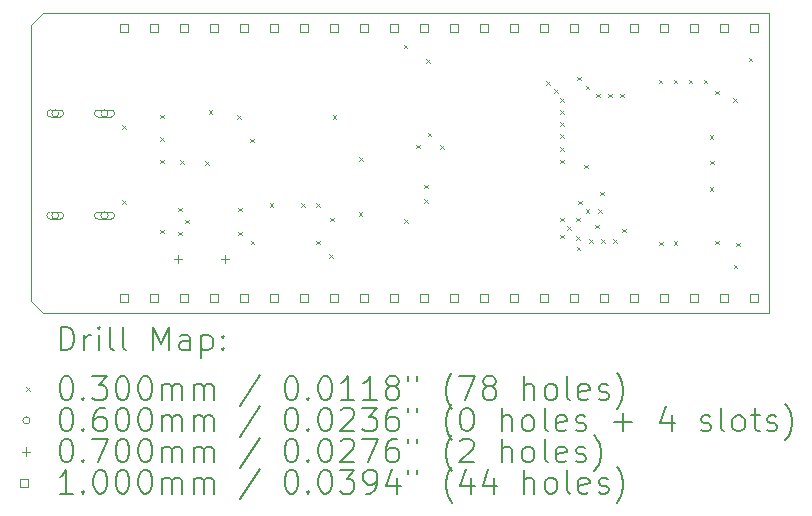
<source format=gbr>
%TF.GenerationSoftware,KiCad,Pcbnew,8.0.4*%
%TF.CreationDate,2024-11-10T20:26:29+01:00*%
%TF.ProjectId,NatSi-DevKit,4e617453-692d-4446-9576-4b69742e6b69,v1.0.0*%
%TF.SameCoordinates,Original*%
%TF.FileFunction,Drillmap*%
%TF.FilePolarity,Positive*%
%FSLAX45Y45*%
G04 Gerber Fmt 4.5, Leading zero omitted, Abs format (unit mm)*
G04 Created by KiCad (PCBNEW 8.0.4) date 2024-11-10 20:26:29*
%MOMM*%
%LPD*%
G01*
G04 APERTURE LIST*
%ADD10C,0.100000*%
%ADD11C,0.200000*%
G04 APERTURE END LIST*
D10*
X11323100Y-8713000D02*
X11221500Y-8814600D01*
X11221500Y-8814600D02*
X11221500Y-11151400D01*
X17475300Y-8713000D02*
X17475300Y-11253000D01*
X17475300Y-11253000D02*
X11323100Y-11253000D01*
X11221500Y-11151400D02*
X11323100Y-11253000D01*
X11323100Y-8713000D02*
X17475300Y-8713000D01*
D11*
D10*
X11999000Y-10299581D02*
X12029000Y-10329581D01*
X12029000Y-10299581D02*
X11999000Y-10329581D01*
X11999300Y-9663200D02*
X12029300Y-9693200D01*
X12029300Y-9663200D02*
X11999300Y-9693200D01*
X12316800Y-9574300D02*
X12346800Y-9604300D01*
X12346800Y-9574300D02*
X12316800Y-9604300D01*
X12316800Y-9764800D02*
X12346800Y-9794800D01*
X12346800Y-9764800D02*
X12316800Y-9794800D01*
X12316800Y-9955300D02*
X12346800Y-9985300D01*
X12346800Y-9955300D02*
X12316800Y-9985300D01*
X12319340Y-10547120D02*
X12349340Y-10577120D01*
X12349340Y-10547120D02*
X12319340Y-10577120D01*
X12469200Y-10361700D02*
X12499200Y-10391700D01*
X12499200Y-10361700D02*
X12469200Y-10391700D01*
X12469200Y-10564900D02*
X12499200Y-10594900D01*
X12499200Y-10564900D02*
X12469200Y-10594900D01*
X12486980Y-9957840D02*
X12516980Y-9987840D01*
X12516980Y-9957840D02*
X12486980Y-9987840D01*
X12532700Y-10463300D02*
X12562700Y-10493300D01*
X12562700Y-10463300D02*
X12532700Y-10493300D01*
X12697800Y-9968000D02*
X12727800Y-9998000D01*
X12727800Y-9968000D02*
X12697800Y-9998000D01*
X12730500Y-9536200D02*
X12760500Y-9566200D01*
X12760500Y-9536200D02*
X12730500Y-9566200D01*
X12972500Y-9578000D02*
X13002500Y-9608000D01*
X13002500Y-9578000D02*
X12972500Y-9608000D01*
X12977200Y-10361700D02*
X13007200Y-10391700D01*
X13007200Y-10361700D02*
X12977200Y-10391700D01*
X12977200Y-10564900D02*
X13007200Y-10594900D01*
X13007200Y-10564900D02*
X12977200Y-10594900D01*
X13078800Y-9777500D02*
X13108800Y-9807500D01*
X13108800Y-9777500D02*
X13078800Y-9807500D01*
X13086100Y-10641100D02*
X13116100Y-10671100D01*
X13116100Y-10641100D02*
X13086100Y-10671100D01*
X13246440Y-10323600D02*
X13276440Y-10353600D01*
X13276440Y-10323600D02*
X13246440Y-10353600D01*
X13510600Y-10323600D02*
X13540600Y-10353600D01*
X13540600Y-10323600D02*
X13510600Y-10353600D01*
X13637600Y-10641100D02*
X13667600Y-10671100D01*
X13667600Y-10641100D02*
X13637600Y-10671100D01*
X13640140Y-10323600D02*
X13670140Y-10353600D01*
X13670140Y-10323600D02*
X13640140Y-10353600D01*
X13751900Y-10755400D02*
X13781900Y-10785400D01*
X13781900Y-10755400D02*
X13751900Y-10785400D01*
X13756622Y-10445878D02*
X13786622Y-10475878D01*
X13786622Y-10445878D02*
X13756622Y-10475878D01*
X13780000Y-9578000D02*
X13810000Y-9608000D01*
X13810000Y-9578000D02*
X13780000Y-9608000D01*
X14000500Y-10399800D02*
X14030500Y-10429800D01*
X14030500Y-10399800D02*
X14000500Y-10429800D01*
X14005000Y-9932440D02*
X14035000Y-9962440D01*
X14035000Y-9932440D02*
X14005000Y-9962440D01*
X14381555Y-8982745D02*
X14411555Y-9012745D01*
X14411555Y-8982745D02*
X14381555Y-9012745D01*
X14386900Y-10460760D02*
X14416900Y-10490760D01*
X14416900Y-10460760D02*
X14386900Y-10490760D01*
X14485960Y-9828300D02*
X14515960Y-9858300D01*
X14515960Y-9828300D02*
X14485960Y-9858300D01*
X14554540Y-10168660D02*
X14584540Y-10198660D01*
X14584540Y-10168660D02*
X14554540Y-10198660D01*
X14556000Y-10290580D02*
X14586000Y-10320580D01*
X14586000Y-10290580D02*
X14556000Y-10320580D01*
X14572000Y-9104400D02*
X14602000Y-9134400D01*
X14602000Y-9104400D02*
X14572000Y-9134400D01*
X14583420Y-9727560D02*
X14613420Y-9757560D01*
X14613420Y-9727560D02*
X14583420Y-9757560D01*
X14689160Y-9830840D02*
X14719160Y-9860840D01*
X14719160Y-9830840D02*
X14689160Y-9860840D01*
X15585754Y-9290900D02*
X15615754Y-9320900D01*
X15615754Y-9290900D02*
X15585754Y-9320900D01*
X15656900Y-9358400D02*
X15686900Y-9388400D01*
X15686900Y-9358400D02*
X15656900Y-9388400D01*
X15707106Y-9850580D02*
X15737106Y-9880580D01*
X15737106Y-9850580D02*
X15707106Y-9880580D01*
X15707700Y-9434600D02*
X15737700Y-9464600D01*
X15737700Y-9434600D02*
X15707700Y-9464600D01*
X15707700Y-9536200D02*
X15737700Y-9566200D01*
X15737700Y-9536200D02*
X15707700Y-9566200D01*
X15707700Y-9637800D02*
X15737700Y-9667800D01*
X15737700Y-9637800D02*
X15707700Y-9667800D01*
X15707700Y-9739400D02*
X15737700Y-9769400D01*
X15737700Y-9739400D02*
X15707700Y-9769400D01*
X15707700Y-9955300D02*
X15737700Y-9985300D01*
X15737700Y-9955300D02*
X15707700Y-9985300D01*
X15707700Y-10446600D02*
X15737700Y-10476600D01*
X15737700Y-10446600D02*
X15707700Y-10476600D01*
X15707700Y-10590300D02*
X15737700Y-10620300D01*
X15737700Y-10590300D02*
X15707700Y-10620300D01*
X15764193Y-10520239D02*
X15794193Y-10550239D01*
X15794193Y-10520239D02*
X15764193Y-10550239D01*
X15839690Y-10601910D02*
X15869690Y-10631910D01*
X15869690Y-10601910D02*
X15839690Y-10631910D01*
X15839780Y-10445520D02*
X15869780Y-10475520D01*
X15869780Y-10445520D02*
X15839780Y-10475520D01*
X15847104Y-10691605D02*
X15877104Y-10721605D01*
X15877104Y-10691605D02*
X15847104Y-10721605D01*
X15849200Y-9252460D02*
X15879200Y-9282460D01*
X15879200Y-9252460D02*
X15849200Y-9282460D01*
X15860100Y-10300700D02*
X15890100Y-10330700D01*
X15890100Y-10300700D02*
X15860100Y-10330700D01*
X15910900Y-9998000D02*
X15940900Y-10028000D01*
X15940900Y-9998000D02*
X15910900Y-10028000D01*
X15919600Y-10374400D02*
X15949600Y-10404400D01*
X15949600Y-10374400D02*
X15919600Y-10404400D01*
X15921060Y-9327920D02*
X15951060Y-9357920D01*
X15951060Y-9327920D02*
X15921060Y-9357920D01*
X15949000Y-10628400D02*
X15979000Y-10658400D01*
X15979000Y-10628400D02*
X15949000Y-10658400D01*
X15999800Y-10506480D02*
X16029800Y-10536480D01*
X16029800Y-10506480D02*
X15999800Y-10536480D01*
X16012500Y-9396500D02*
X16042500Y-9426500D01*
X16042500Y-9396500D02*
X16012500Y-9426500D01*
X16025200Y-10374400D02*
X16055200Y-10404400D01*
X16055200Y-10374400D02*
X16025200Y-10404400D01*
X16042660Y-10227080D02*
X16072660Y-10257080D01*
X16072660Y-10227080D02*
X16042660Y-10257080D01*
X16050600Y-10628400D02*
X16080600Y-10658400D01*
X16080600Y-10628400D02*
X16050600Y-10658400D01*
X16114100Y-9396500D02*
X16144100Y-9426500D01*
X16144100Y-9396500D02*
X16114100Y-9426500D01*
X16152200Y-10628400D02*
X16182200Y-10658400D01*
X16182200Y-10628400D02*
X16152200Y-10658400D01*
X16215700Y-9396500D02*
X16245700Y-9426500D01*
X16245700Y-9396500D02*
X16215700Y-9426500D01*
X16230940Y-10539500D02*
X16260940Y-10569500D01*
X16260940Y-10539500D02*
X16230940Y-10569500D01*
X16541200Y-9277120D02*
X16571200Y-9307120D01*
X16571200Y-9277120D02*
X16541200Y-9307120D01*
X16543360Y-10648720D02*
X16573360Y-10678720D01*
X16573360Y-10648720D02*
X16543360Y-10678720D01*
X16665280Y-9277120D02*
X16695280Y-9307120D01*
X16695280Y-9277120D02*
X16665280Y-9307120D01*
X16665280Y-10646180D02*
X16695280Y-10676180D01*
X16695280Y-10646180D02*
X16665280Y-10676180D01*
X16792280Y-9277120D02*
X16822280Y-9307120D01*
X16822280Y-9277120D02*
X16792280Y-9307120D01*
X16919280Y-9277120D02*
X16949280Y-9307120D01*
X16949280Y-9277120D02*
X16919280Y-9307120D01*
X16971060Y-9747040D02*
X17001060Y-9777040D01*
X17001060Y-9747040D02*
X16971060Y-9777040D01*
X16971060Y-10187040D02*
X17001060Y-10217040D01*
X17001060Y-10187040D02*
X16971060Y-10217040D01*
X16973600Y-9964500D02*
X17003600Y-9994500D01*
X17003600Y-9964500D02*
X16973600Y-9994500D01*
X17015800Y-9371100D02*
X17045800Y-9401100D01*
X17045800Y-9371100D02*
X17015800Y-9401100D01*
X17015800Y-10641100D02*
X17045800Y-10671100D01*
X17045800Y-10641100D02*
X17015800Y-10671100D01*
X17170740Y-9434600D02*
X17200740Y-9464600D01*
X17200740Y-9434600D02*
X17170740Y-9464600D01*
X17173100Y-10843000D02*
X17203100Y-10873000D01*
X17203100Y-10843000D02*
X17173100Y-10873000D01*
X17195820Y-10658880D02*
X17225820Y-10688880D01*
X17225820Y-10658880D02*
X17195820Y-10688880D01*
X17300100Y-9093000D02*
X17330100Y-9123000D01*
X17330100Y-9093000D02*
X17300100Y-9123000D01*
X11460100Y-9562800D02*
G75*
G02*
X11400100Y-9562800I-30000J0D01*
G01*
X11400100Y-9562800D02*
G75*
G02*
X11460100Y-9562800I30000J0D01*
G01*
X11470100Y-9532800D02*
X11390100Y-9532800D01*
X11390100Y-9592800D02*
G75*
G02*
X11390100Y-9532800I0J30000D01*
G01*
X11390100Y-9592800D02*
X11470100Y-9592800D01*
X11470100Y-9592800D02*
G75*
G03*
X11470100Y-9532800I0J30000D01*
G01*
X11460100Y-10427800D02*
G75*
G02*
X11400100Y-10427800I-30000J0D01*
G01*
X11400100Y-10427800D02*
G75*
G02*
X11460100Y-10427800I30000J0D01*
G01*
X11470100Y-10397800D02*
X11390100Y-10397800D01*
X11390100Y-10457800D02*
G75*
G02*
X11390100Y-10397800I0J30000D01*
G01*
X11390100Y-10457800D02*
X11470100Y-10457800D01*
X11470100Y-10457800D02*
G75*
G03*
X11470100Y-10397800I0J30000D01*
G01*
X11877100Y-9562800D02*
G75*
G02*
X11817100Y-9562800I-30000J0D01*
G01*
X11817100Y-9562800D02*
G75*
G02*
X11877100Y-9562800I30000J0D01*
G01*
X11902100Y-9532800D02*
X11792100Y-9532800D01*
X11792100Y-9592800D02*
G75*
G02*
X11792100Y-9532800I0J30000D01*
G01*
X11792100Y-9592800D02*
X11902100Y-9592800D01*
X11902100Y-9592800D02*
G75*
G03*
X11902100Y-9532800I0J30000D01*
G01*
X11877100Y-10427800D02*
G75*
G02*
X11817100Y-10427800I-30000J0D01*
G01*
X11817100Y-10427800D02*
G75*
G02*
X11877100Y-10427800I30000J0D01*
G01*
X11902100Y-10397800D02*
X11792100Y-10397800D01*
X11792100Y-10457800D02*
G75*
G02*
X11792100Y-10397800I0J30000D01*
G01*
X11792100Y-10457800D02*
X11902100Y-10457800D01*
X11902100Y-10457800D02*
G75*
G03*
X11902100Y-10397800I0J30000D01*
G01*
X12471500Y-10760800D02*
X12471500Y-10830800D01*
X12436500Y-10795800D02*
X12506500Y-10795800D01*
X12865200Y-10760800D02*
X12865200Y-10830800D01*
X12830200Y-10795800D02*
X12900200Y-10795800D01*
X12049656Y-8875356D02*
X12049656Y-8804644D01*
X11978944Y-8804644D01*
X11978944Y-8875356D01*
X12049656Y-8875356D01*
X12049656Y-11161356D02*
X12049656Y-11090644D01*
X11978944Y-11090644D01*
X11978944Y-11161356D01*
X12049656Y-11161356D01*
X12303656Y-8875356D02*
X12303656Y-8804644D01*
X12232944Y-8804644D01*
X12232944Y-8875356D01*
X12303656Y-8875356D01*
X12303656Y-11161356D02*
X12303656Y-11090644D01*
X12232944Y-11090644D01*
X12232944Y-11161356D01*
X12303656Y-11161356D01*
X12557656Y-8875356D02*
X12557656Y-8804644D01*
X12486944Y-8804644D01*
X12486944Y-8875356D01*
X12557656Y-8875356D01*
X12557656Y-11161356D02*
X12557656Y-11090644D01*
X12486944Y-11090644D01*
X12486944Y-11161356D01*
X12557656Y-11161356D01*
X12811656Y-8875356D02*
X12811656Y-8804644D01*
X12740944Y-8804644D01*
X12740944Y-8875356D01*
X12811656Y-8875356D01*
X12811656Y-11161356D02*
X12811656Y-11090644D01*
X12740944Y-11090644D01*
X12740944Y-11161356D01*
X12811656Y-11161356D01*
X13065656Y-8875356D02*
X13065656Y-8804644D01*
X12994944Y-8804644D01*
X12994944Y-8875356D01*
X13065656Y-8875356D01*
X13065656Y-11161356D02*
X13065656Y-11090644D01*
X12994944Y-11090644D01*
X12994944Y-11161356D01*
X13065656Y-11161356D01*
X13319656Y-8875356D02*
X13319656Y-8804644D01*
X13248944Y-8804644D01*
X13248944Y-8875356D01*
X13319656Y-8875356D01*
X13319656Y-11161356D02*
X13319656Y-11090644D01*
X13248944Y-11090644D01*
X13248944Y-11161356D01*
X13319656Y-11161356D01*
X13573656Y-8875356D02*
X13573656Y-8804644D01*
X13502944Y-8804644D01*
X13502944Y-8875356D01*
X13573656Y-8875356D01*
X13573656Y-11161356D02*
X13573656Y-11090644D01*
X13502944Y-11090644D01*
X13502944Y-11161356D01*
X13573656Y-11161356D01*
X13827656Y-8875356D02*
X13827656Y-8804644D01*
X13756944Y-8804644D01*
X13756944Y-8875356D01*
X13827656Y-8875356D01*
X13827656Y-11161356D02*
X13827656Y-11090644D01*
X13756944Y-11090644D01*
X13756944Y-11161356D01*
X13827656Y-11161356D01*
X14081656Y-8875356D02*
X14081656Y-8804644D01*
X14010944Y-8804644D01*
X14010944Y-8875356D01*
X14081656Y-8875356D01*
X14081656Y-11161356D02*
X14081656Y-11090644D01*
X14010944Y-11090644D01*
X14010944Y-11161356D01*
X14081656Y-11161356D01*
X14335656Y-8875356D02*
X14335656Y-8804644D01*
X14264944Y-8804644D01*
X14264944Y-8875356D01*
X14335656Y-8875356D01*
X14335656Y-11161356D02*
X14335656Y-11090644D01*
X14264944Y-11090644D01*
X14264944Y-11161356D01*
X14335656Y-11161356D01*
X14589656Y-8875356D02*
X14589656Y-8804644D01*
X14518944Y-8804644D01*
X14518944Y-8875356D01*
X14589656Y-8875356D01*
X14589656Y-11161356D02*
X14589656Y-11090644D01*
X14518944Y-11090644D01*
X14518944Y-11161356D01*
X14589656Y-11161356D01*
X14843656Y-8875356D02*
X14843656Y-8804644D01*
X14772944Y-8804644D01*
X14772944Y-8875356D01*
X14843656Y-8875356D01*
X14843656Y-11161356D02*
X14843656Y-11090644D01*
X14772944Y-11090644D01*
X14772944Y-11161356D01*
X14843656Y-11161356D01*
X15097656Y-8875356D02*
X15097656Y-8804644D01*
X15026944Y-8804644D01*
X15026944Y-8875356D01*
X15097656Y-8875356D01*
X15097656Y-11161356D02*
X15097656Y-11090644D01*
X15026944Y-11090644D01*
X15026944Y-11161356D01*
X15097656Y-11161356D01*
X15351656Y-8875356D02*
X15351656Y-8804644D01*
X15280944Y-8804644D01*
X15280944Y-8875356D01*
X15351656Y-8875356D01*
X15351656Y-11161356D02*
X15351656Y-11090644D01*
X15280944Y-11090644D01*
X15280944Y-11161356D01*
X15351656Y-11161356D01*
X15605656Y-8875356D02*
X15605656Y-8804644D01*
X15534944Y-8804644D01*
X15534944Y-8875356D01*
X15605656Y-8875356D01*
X15605656Y-11161356D02*
X15605656Y-11090644D01*
X15534944Y-11090644D01*
X15534944Y-11161356D01*
X15605656Y-11161356D01*
X15859656Y-8875356D02*
X15859656Y-8804644D01*
X15788944Y-8804644D01*
X15788944Y-8875356D01*
X15859656Y-8875356D01*
X15859656Y-11161356D02*
X15859656Y-11090644D01*
X15788944Y-11090644D01*
X15788944Y-11161356D01*
X15859656Y-11161356D01*
X16113656Y-8875356D02*
X16113656Y-8804644D01*
X16042944Y-8804644D01*
X16042944Y-8875356D01*
X16113656Y-8875356D01*
X16113656Y-11161356D02*
X16113656Y-11090644D01*
X16042944Y-11090644D01*
X16042944Y-11161356D01*
X16113656Y-11161356D01*
X16367656Y-8875356D02*
X16367656Y-8804644D01*
X16296944Y-8804644D01*
X16296944Y-8875356D01*
X16367656Y-8875356D01*
X16367656Y-11161356D02*
X16367656Y-11090644D01*
X16296944Y-11090644D01*
X16296944Y-11161356D01*
X16367656Y-11161356D01*
X16621656Y-8875356D02*
X16621656Y-8804644D01*
X16550944Y-8804644D01*
X16550944Y-8875356D01*
X16621656Y-8875356D01*
X16621656Y-11161356D02*
X16621656Y-11090644D01*
X16550944Y-11090644D01*
X16550944Y-11161356D01*
X16621656Y-11161356D01*
X16875656Y-8875356D02*
X16875656Y-8804644D01*
X16804944Y-8804644D01*
X16804944Y-8875356D01*
X16875656Y-8875356D01*
X16875656Y-11161356D02*
X16875656Y-11090644D01*
X16804944Y-11090644D01*
X16804944Y-11161356D01*
X16875656Y-11161356D01*
X17129656Y-8875356D02*
X17129656Y-8804644D01*
X17058944Y-8804644D01*
X17058944Y-8875356D01*
X17129656Y-8875356D01*
X17129656Y-11161356D02*
X17129656Y-11090644D01*
X17058944Y-11090644D01*
X17058944Y-11161356D01*
X17129656Y-11161356D01*
X17383656Y-8875356D02*
X17383656Y-8804644D01*
X17312944Y-8804644D01*
X17312944Y-8875356D01*
X17383656Y-8875356D01*
X17383656Y-11161356D02*
X17383656Y-11090644D01*
X17312944Y-11090644D01*
X17312944Y-11161356D01*
X17383656Y-11161356D01*
D11*
X11477277Y-11569484D02*
X11477277Y-11369484D01*
X11477277Y-11369484D02*
X11524896Y-11369484D01*
X11524896Y-11369484D02*
X11553467Y-11379008D01*
X11553467Y-11379008D02*
X11572515Y-11398055D01*
X11572515Y-11398055D02*
X11582039Y-11417103D01*
X11582039Y-11417103D02*
X11591562Y-11455198D01*
X11591562Y-11455198D02*
X11591562Y-11483769D01*
X11591562Y-11483769D02*
X11582039Y-11521865D01*
X11582039Y-11521865D02*
X11572515Y-11540912D01*
X11572515Y-11540912D02*
X11553467Y-11559960D01*
X11553467Y-11559960D02*
X11524896Y-11569484D01*
X11524896Y-11569484D02*
X11477277Y-11569484D01*
X11677277Y-11569484D02*
X11677277Y-11436150D01*
X11677277Y-11474246D02*
X11686801Y-11455198D01*
X11686801Y-11455198D02*
X11696324Y-11445674D01*
X11696324Y-11445674D02*
X11715372Y-11436150D01*
X11715372Y-11436150D02*
X11734420Y-11436150D01*
X11801086Y-11569484D02*
X11801086Y-11436150D01*
X11801086Y-11369484D02*
X11791562Y-11379008D01*
X11791562Y-11379008D02*
X11801086Y-11388531D01*
X11801086Y-11388531D02*
X11810610Y-11379008D01*
X11810610Y-11379008D02*
X11801086Y-11369484D01*
X11801086Y-11369484D02*
X11801086Y-11388531D01*
X11924896Y-11569484D02*
X11905848Y-11559960D01*
X11905848Y-11559960D02*
X11896324Y-11540912D01*
X11896324Y-11540912D02*
X11896324Y-11369484D01*
X12029658Y-11569484D02*
X12010610Y-11559960D01*
X12010610Y-11559960D02*
X12001086Y-11540912D01*
X12001086Y-11540912D02*
X12001086Y-11369484D01*
X12258229Y-11569484D02*
X12258229Y-11369484D01*
X12258229Y-11369484D02*
X12324896Y-11512341D01*
X12324896Y-11512341D02*
X12391562Y-11369484D01*
X12391562Y-11369484D02*
X12391562Y-11569484D01*
X12572515Y-11569484D02*
X12572515Y-11464722D01*
X12572515Y-11464722D02*
X12562991Y-11445674D01*
X12562991Y-11445674D02*
X12543943Y-11436150D01*
X12543943Y-11436150D02*
X12505848Y-11436150D01*
X12505848Y-11436150D02*
X12486801Y-11445674D01*
X12572515Y-11559960D02*
X12553467Y-11569484D01*
X12553467Y-11569484D02*
X12505848Y-11569484D01*
X12505848Y-11569484D02*
X12486801Y-11559960D01*
X12486801Y-11559960D02*
X12477277Y-11540912D01*
X12477277Y-11540912D02*
X12477277Y-11521865D01*
X12477277Y-11521865D02*
X12486801Y-11502817D01*
X12486801Y-11502817D02*
X12505848Y-11493293D01*
X12505848Y-11493293D02*
X12553467Y-11493293D01*
X12553467Y-11493293D02*
X12572515Y-11483769D01*
X12667753Y-11436150D02*
X12667753Y-11636150D01*
X12667753Y-11445674D02*
X12686801Y-11436150D01*
X12686801Y-11436150D02*
X12724896Y-11436150D01*
X12724896Y-11436150D02*
X12743943Y-11445674D01*
X12743943Y-11445674D02*
X12753467Y-11455198D01*
X12753467Y-11455198D02*
X12762991Y-11474246D01*
X12762991Y-11474246D02*
X12762991Y-11531388D01*
X12762991Y-11531388D02*
X12753467Y-11550436D01*
X12753467Y-11550436D02*
X12743943Y-11559960D01*
X12743943Y-11559960D02*
X12724896Y-11569484D01*
X12724896Y-11569484D02*
X12686801Y-11569484D01*
X12686801Y-11569484D02*
X12667753Y-11559960D01*
X12848705Y-11550436D02*
X12858229Y-11559960D01*
X12858229Y-11559960D02*
X12848705Y-11569484D01*
X12848705Y-11569484D02*
X12839182Y-11559960D01*
X12839182Y-11559960D02*
X12848705Y-11550436D01*
X12848705Y-11550436D02*
X12848705Y-11569484D01*
X12848705Y-11445674D02*
X12858229Y-11455198D01*
X12858229Y-11455198D02*
X12848705Y-11464722D01*
X12848705Y-11464722D02*
X12839182Y-11455198D01*
X12839182Y-11455198D02*
X12848705Y-11445674D01*
X12848705Y-11445674D02*
X12848705Y-11464722D01*
D10*
X11186500Y-11883000D02*
X11216500Y-11913000D01*
X11216500Y-11883000D02*
X11186500Y-11913000D01*
D11*
X11515372Y-11789484D02*
X11534420Y-11789484D01*
X11534420Y-11789484D02*
X11553467Y-11799008D01*
X11553467Y-11799008D02*
X11562991Y-11808531D01*
X11562991Y-11808531D02*
X11572515Y-11827579D01*
X11572515Y-11827579D02*
X11582039Y-11865674D01*
X11582039Y-11865674D02*
X11582039Y-11913293D01*
X11582039Y-11913293D02*
X11572515Y-11951388D01*
X11572515Y-11951388D02*
X11562991Y-11970436D01*
X11562991Y-11970436D02*
X11553467Y-11979960D01*
X11553467Y-11979960D02*
X11534420Y-11989484D01*
X11534420Y-11989484D02*
X11515372Y-11989484D01*
X11515372Y-11989484D02*
X11496324Y-11979960D01*
X11496324Y-11979960D02*
X11486801Y-11970436D01*
X11486801Y-11970436D02*
X11477277Y-11951388D01*
X11477277Y-11951388D02*
X11467753Y-11913293D01*
X11467753Y-11913293D02*
X11467753Y-11865674D01*
X11467753Y-11865674D02*
X11477277Y-11827579D01*
X11477277Y-11827579D02*
X11486801Y-11808531D01*
X11486801Y-11808531D02*
X11496324Y-11799008D01*
X11496324Y-11799008D02*
X11515372Y-11789484D01*
X11667753Y-11970436D02*
X11677277Y-11979960D01*
X11677277Y-11979960D02*
X11667753Y-11989484D01*
X11667753Y-11989484D02*
X11658229Y-11979960D01*
X11658229Y-11979960D02*
X11667753Y-11970436D01*
X11667753Y-11970436D02*
X11667753Y-11989484D01*
X11743943Y-11789484D02*
X11867753Y-11789484D01*
X11867753Y-11789484D02*
X11801086Y-11865674D01*
X11801086Y-11865674D02*
X11829658Y-11865674D01*
X11829658Y-11865674D02*
X11848705Y-11875198D01*
X11848705Y-11875198D02*
X11858229Y-11884722D01*
X11858229Y-11884722D02*
X11867753Y-11903769D01*
X11867753Y-11903769D02*
X11867753Y-11951388D01*
X11867753Y-11951388D02*
X11858229Y-11970436D01*
X11858229Y-11970436D02*
X11848705Y-11979960D01*
X11848705Y-11979960D02*
X11829658Y-11989484D01*
X11829658Y-11989484D02*
X11772515Y-11989484D01*
X11772515Y-11989484D02*
X11753467Y-11979960D01*
X11753467Y-11979960D02*
X11743943Y-11970436D01*
X11991562Y-11789484D02*
X12010610Y-11789484D01*
X12010610Y-11789484D02*
X12029658Y-11799008D01*
X12029658Y-11799008D02*
X12039182Y-11808531D01*
X12039182Y-11808531D02*
X12048705Y-11827579D01*
X12048705Y-11827579D02*
X12058229Y-11865674D01*
X12058229Y-11865674D02*
X12058229Y-11913293D01*
X12058229Y-11913293D02*
X12048705Y-11951388D01*
X12048705Y-11951388D02*
X12039182Y-11970436D01*
X12039182Y-11970436D02*
X12029658Y-11979960D01*
X12029658Y-11979960D02*
X12010610Y-11989484D01*
X12010610Y-11989484D02*
X11991562Y-11989484D01*
X11991562Y-11989484D02*
X11972515Y-11979960D01*
X11972515Y-11979960D02*
X11962991Y-11970436D01*
X11962991Y-11970436D02*
X11953467Y-11951388D01*
X11953467Y-11951388D02*
X11943943Y-11913293D01*
X11943943Y-11913293D02*
X11943943Y-11865674D01*
X11943943Y-11865674D02*
X11953467Y-11827579D01*
X11953467Y-11827579D02*
X11962991Y-11808531D01*
X11962991Y-11808531D02*
X11972515Y-11799008D01*
X11972515Y-11799008D02*
X11991562Y-11789484D01*
X12182039Y-11789484D02*
X12201086Y-11789484D01*
X12201086Y-11789484D02*
X12220134Y-11799008D01*
X12220134Y-11799008D02*
X12229658Y-11808531D01*
X12229658Y-11808531D02*
X12239182Y-11827579D01*
X12239182Y-11827579D02*
X12248705Y-11865674D01*
X12248705Y-11865674D02*
X12248705Y-11913293D01*
X12248705Y-11913293D02*
X12239182Y-11951388D01*
X12239182Y-11951388D02*
X12229658Y-11970436D01*
X12229658Y-11970436D02*
X12220134Y-11979960D01*
X12220134Y-11979960D02*
X12201086Y-11989484D01*
X12201086Y-11989484D02*
X12182039Y-11989484D01*
X12182039Y-11989484D02*
X12162991Y-11979960D01*
X12162991Y-11979960D02*
X12153467Y-11970436D01*
X12153467Y-11970436D02*
X12143943Y-11951388D01*
X12143943Y-11951388D02*
X12134420Y-11913293D01*
X12134420Y-11913293D02*
X12134420Y-11865674D01*
X12134420Y-11865674D02*
X12143943Y-11827579D01*
X12143943Y-11827579D02*
X12153467Y-11808531D01*
X12153467Y-11808531D02*
X12162991Y-11799008D01*
X12162991Y-11799008D02*
X12182039Y-11789484D01*
X12334420Y-11989484D02*
X12334420Y-11856150D01*
X12334420Y-11875198D02*
X12343943Y-11865674D01*
X12343943Y-11865674D02*
X12362991Y-11856150D01*
X12362991Y-11856150D02*
X12391563Y-11856150D01*
X12391563Y-11856150D02*
X12410610Y-11865674D01*
X12410610Y-11865674D02*
X12420134Y-11884722D01*
X12420134Y-11884722D02*
X12420134Y-11989484D01*
X12420134Y-11884722D02*
X12429658Y-11865674D01*
X12429658Y-11865674D02*
X12448705Y-11856150D01*
X12448705Y-11856150D02*
X12477277Y-11856150D01*
X12477277Y-11856150D02*
X12496324Y-11865674D01*
X12496324Y-11865674D02*
X12505848Y-11884722D01*
X12505848Y-11884722D02*
X12505848Y-11989484D01*
X12601086Y-11989484D02*
X12601086Y-11856150D01*
X12601086Y-11875198D02*
X12610610Y-11865674D01*
X12610610Y-11865674D02*
X12629658Y-11856150D01*
X12629658Y-11856150D02*
X12658229Y-11856150D01*
X12658229Y-11856150D02*
X12677277Y-11865674D01*
X12677277Y-11865674D02*
X12686801Y-11884722D01*
X12686801Y-11884722D02*
X12686801Y-11989484D01*
X12686801Y-11884722D02*
X12696324Y-11865674D01*
X12696324Y-11865674D02*
X12715372Y-11856150D01*
X12715372Y-11856150D02*
X12743943Y-11856150D01*
X12743943Y-11856150D02*
X12762991Y-11865674D01*
X12762991Y-11865674D02*
X12772515Y-11884722D01*
X12772515Y-11884722D02*
X12772515Y-11989484D01*
X13162991Y-11779960D02*
X12991563Y-12037103D01*
X13420134Y-11789484D02*
X13439182Y-11789484D01*
X13439182Y-11789484D02*
X13458229Y-11799008D01*
X13458229Y-11799008D02*
X13467753Y-11808531D01*
X13467753Y-11808531D02*
X13477277Y-11827579D01*
X13477277Y-11827579D02*
X13486801Y-11865674D01*
X13486801Y-11865674D02*
X13486801Y-11913293D01*
X13486801Y-11913293D02*
X13477277Y-11951388D01*
X13477277Y-11951388D02*
X13467753Y-11970436D01*
X13467753Y-11970436D02*
X13458229Y-11979960D01*
X13458229Y-11979960D02*
X13439182Y-11989484D01*
X13439182Y-11989484D02*
X13420134Y-11989484D01*
X13420134Y-11989484D02*
X13401086Y-11979960D01*
X13401086Y-11979960D02*
X13391563Y-11970436D01*
X13391563Y-11970436D02*
X13382039Y-11951388D01*
X13382039Y-11951388D02*
X13372515Y-11913293D01*
X13372515Y-11913293D02*
X13372515Y-11865674D01*
X13372515Y-11865674D02*
X13382039Y-11827579D01*
X13382039Y-11827579D02*
X13391563Y-11808531D01*
X13391563Y-11808531D02*
X13401086Y-11799008D01*
X13401086Y-11799008D02*
X13420134Y-11789484D01*
X13572515Y-11970436D02*
X13582039Y-11979960D01*
X13582039Y-11979960D02*
X13572515Y-11989484D01*
X13572515Y-11989484D02*
X13562991Y-11979960D01*
X13562991Y-11979960D02*
X13572515Y-11970436D01*
X13572515Y-11970436D02*
X13572515Y-11989484D01*
X13705848Y-11789484D02*
X13724896Y-11789484D01*
X13724896Y-11789484D02*
X13743944Y-11799008D01*
X13743944Y-11799008D02*
X13753467Y-11808531D01*
X13753467Y-11808531D02*
X13762991Y-11827579D01*
X13762991Y-11827579D02*
X13772515Y-11865674D01*
X13772515Y-11865674D02*
X13772515Y-11913293D01*
X13772515Y-11913293D02*
X13762991Y-11951388D01*
X13762991Y-11951388D02*
X13753467Y-11970436D01*
X13753467Y-11970436D02*
X13743944Y-11979960D01*
X13743944Y-11979960D02*
X13724896Y-11989484D01*
X13724896Y-11989484D02*
X13705848Y-11989484D01*
X13705848Y-11989484D02*
X13686801Y-11979960D01*
X13686801Y-11979960D02*
X13677277Y-11970436D01*
X13677277Y-11970436D02*
X13667753Y-11951388D01*
X13667753Y-11951388D02*
X13658229Y-11913293D01*
X13658229Y-11913293D02*
X13658229Y-11865674D01*
X13658229Y-11865674D02*
X13667753Y-11827579D01*
X13667753Y-11827579D02*
X13677277Y-11808531D01*
X13677277Y-11808531D02*
X13686801Y-11799008D01*
X13686801Y-11799008D02*
X13705848Y-11789484D01*
X13962991Y-11989484D02*
X13848706Y-11989484D01*
X13905848Y-11989484D02*
X13905848Y-11789484D01*
X13905848Y-11789484D02*
X13886801Y-11818055D01*
X13886801Y-11818055D02*
X13867753Y-11837103D01*
X13867753Y-11837103D02*
X13848706Y-11846627D01*
X14153467Y-11989484D02*
X14039182Y-11989484D01*
X14096325Y-11989484D02*
X14096325Y-11789484D01*
X14096325Y-11789484D02*
X14077277Y-11818055D01*
X14077277Y-11818055D02*
X14058229Y-11837103D01*
X14058229Y-11837103D02*
X14039182Y-11846627D01*
X14267753Y-11875198D02*
X14248706Y-11865674D01*
X14248706Y-11865674D02*
X14239182Y-11856150D01*
X14239182Y-11856150D02*
X14229658Y-11837103D01*
X14229658Y-11837103D02*
X14229658Y-11827579D01*
X14229658Y-11827579D02*
X14239182Y-11808531D01*
X14239182Y-11808531D02*
X14248706Y-11799008D01*
X14248706Y-11799008D02*
X14267753Y-11789484D01*
X14267753Y-11789484D02*
X14305848Y-11789484D01*
X14305848Y-11789484D02*
X14324896Y-11799008D01*
X14324896Y-11799008D02*
X14334420Y-11808531D01*
X14334420Y-11808531D02*
X14343944Y-11827579D01*
X14343944Y-11827579D02*
X14343944Y-11837103D01*
X14343944Y-11837103D02*
X14334420Y-11856150D01*
X14334420Y-11856150D02*
X14324896Y-11865674D01*
X14324896Y-11865674D02*
X14305848Y-11875198D01*
X14305848Y-11875198D02*
X14267753Y-11875198D01*
X14267753Y-11875198D02*
X14248706Y-11884722D01*
X14248706Y-11884722D02*
X14239182Y-11894246D01*
X14239182Y-11894246D02*
X14229658Y-11913293D01*
X14229658Y-11913293D02*
X14229658Y-11951388D01*
X14229658Y-11951388D02*
X14239182Y-11970436D01*
X14239182Y-11970436D02*
X14248706Y-11979960D01*
X14248706Y-11979960D02*
X14267753Y-11989484D01*
X14267753Y-11989484D02*
X14305848Y-11989484D01*
X14305848Y-11989484D02*
X14324896Y-11979960D01*
X14324896Y-11979960D02*
X14334420Y-11970436D01*
X14334420Y-11970436D02*
X14343944Y-11951388D01*
X14343944Y-11951388D02*
X14343944Y-11913293D01*
X14343944Y-11913293D02*
X14334420Y-11894246D01*
X14334420Y-11894246D02*
X14324896Y-11884722D01*
X14324896Y-11884722D02*
X14305848Y-11875198D01*
X14420134Y-11789484D02*
X14420134Y-11827579D01*
X14496325Y-11789484D02*
X14496325Y-11827579D01*
X14791563Y-12065674D02*
X14782039Y-12056150D01*
X14782039Y-12056150D02*
X14762991Y-12027579D01*
X14762991Y-12027579D02*
X14753468Y-12008531D01*
X14753468Y-12008531D02*
X14743944Y-11979960D01*
X14743944Y-11979960D02*
X14734420Y-11932341D01*
X14734420Y-11932341D02*
X14734420Y-11894246D01*
X14734420Y-11894246D02*
X14743944Y-11846627D01*
X14743944Y-11846627D02*
X14753468Y-11818055D01*
X14753468Y-11818055D02*
X14762991Y-11799008D01*
X14762991Y-11799008D02*
X14782039Y-11770436D01*
X14782039Y-11770436D02*
X14791563Y-11760912D01*
X14848706Y-11789484D02*
X14982039Y-11789484D01*
X14982039Y-11789484D02*
X14896325Y-11989484D01*
X15086801Y-11875198D02*
X15067753Y-11865674D01*
X15067753Y-11865674D02*
X15058229Y-11856150D01*
X15058229Y-11856150D02*
X15048706Y-11837103D01*
X15048706Y-11837103D02*
X15048706Y-11827579D01*
X15048706Y-11827579D02*
X15058229Y-11808531D01*
X15058229Y-11808531D02*
X15067753Y-11799008D01*
X15067753Y-11799008D02*
X15086801Y-11789484D01*
X15086801Y-11789484D02*
X15124896Y-11789484D01*
X15124896Y-11789484D02*
X15143944Y-11799008D01*
X15143944Y-11799008D02*
X15153468Y-11808531D01*
X15153468Y-11808531D02*
X15162991Y-11827579D01*
X15162991Y-11827579D02*
X15162991Y-11837103D01*
X15162991Y-11837103D02*
X15153468Y-11856150D01*
X15153468Y-11856150D02*
X15143944Y-11865674D01*
X15143944Y-11865674D02*
X15124896Y-11875198D01*
X15124896Y-11875198D02*
X15086801Y-11875198D01*
X15086801Y-11875198D02*
X15067753Y-11884722D01*
X15067753Y-11884722D02*
X15058229Y-11894246D01*
X15058229Y-11894246D02*
X15048706Y-11913293D01*
X15048706Y-11913293D02*
X15048706Y-11951388D01*
X15048706Y-11951388D02*
X15058229Y-11970436D01*
X15058229Y-11970436D02*
X15067753Y-11979960D01*
X15067753Y-11979960D02*
X15086801Y-11989484D01*
X15086801Y-11989484D02*
X15124896Y-11989484D01*
X15124896Y-11989484D02*
X15143944Y-11979960D01*
X15143944Y-11979960D02*
X15153468Y-11970436D01*
X15153468Y-11970436D02*
X15162991Y-11951388D01*
X15162991Y-11951388D02*
X15162991Y-11913293D01*
X15162991Y-11913293D02*
X15153468Y-11894246D01*
X15153468Y-11894246D02*
X15143944Y-11884722D01*
X15143944Y-11884722D02*
X15124896Y-11875198D01*
X15401087Y-11989484D02*
X15401087Y-11789484D01*
X15486801Y-11989484D02*
X15486801Y-11884722D01*
X15486801Y-11884722D02*
X15477277Y-11865674D01*
X15477277Y-11865674D02*
X15458230Y-11856150D01*
X15458230Y-11856150D02*
X15429658Y-11856150D01*
X15429658Y-11856150D02*
X15410610Y-11865674D01*
X15410610Y-11865674D02*
X15401087Y-11875198D01*
X15610610Y-11989484D02*
X15591563Y-11979960D01*
X15591563Y-11979960D02*
X15582039Y-11970436D01*
X15582039Y-11970436D02*
X15572515Y-11951388D01*
X15572515Y-11951388D02*
X15572515Y-11894246D01*
X15572515Y-11894246D02*
X15582039Y-11875198D01*
X15582039Y-11875198D02*
X15591563Y-11865674D01*
X15591563Y-11865674D02*
X15610610Y-11856150D01*
X15610610Y-11856150D02*
X15639182Y-11856150D01*
X15639182Y-11856150D02*
X15658230Y-11865674D01*
X15658230Y-11865674D02*
X15667753Y-11875198D01*
X15667753Y-11875198D02*
X15677277Y-11894246D01*
X15677277Y-11894246D02*
X15677277Y-11951388D01*
X15677277Y-11951388D02*
X15667753Y-11970436D01*
X15667753Y-11970436D02*
X15658230Y-11979960D01*
X15658230Y-11979960D02*
X15639182Y-11989484D01*
X15639182Y-11989484D02*
X15610610Y-11989484D01*
X15791563Y-11989484D02*
X15772515Y-11979960D01*
X15772515Y-11979960D02*
X15762991Y-11960912D01*
X15762991Y-11960912D02*
X15762991Y-11789484D01*
X15943944Y-11979960D02*
X15924896Y-11989484D01*
X15924896Y-11989484D02*
X15886801Y-11989484D01*
X15886801Y-11989484D02*
X15867753Y-11979960D01*
X15867753Y-11979960D02*
X15858230Y-11960912D01*
X15858230Y-11960912D02*
X15858230Y-11884722D01*
X15858230Y-11884722D02*
X15867753Y-11865674D01*
X15867753Y-11865674D02*
X15886801Y-11856150D01*
X15886801Y-11856150D02*
X15924896Y-11856150D01*
X15924896Y-11856150D02*
X15943944Y-11865674D01*
X15943944Y-11865674D02*
X15953468Y-11884722D01*
X15953468Y-11884722D02*
X15953468Y-11903769D01*
X15953468Y-11903769D02*
X15858230Y-11922817D01*
X16029658Y-11979960D02*
X16048706Y-11989484D01*
X16048706Y-11989484D02*
X16086801Y-11989484D01*
X16086801Y-11989484D02*
X16105849Y-11979960D01*
X16105849Y-11979960D02*
X16115372Y-11960912D01*
X16115372Y-11960912D02*
X16115372Y-11951388D01*
X16115372Y-11951388D02*
X16105849Y-11932341D01*
X16105849Y-11932341D02*
X16086801Y-11922817D01*
X16086801Y-11922817D02*
X16058230Y-11922817D01*
X16058230Y-11922817D02*
X16039182Y-11913293D01*
X16039182Y-11913293D02*
X16029658Y-11894246D01*
X16029658Y-11894246D02*
X16029658Y-11884722D01*
X16029658Y-11884722D02*
X16039182Y-11865674D01*
X16039182Y-11865674D02*
X16058230Y-11856150D01*
X16058230Y-11856150D02*
X16086801Y-11856150D01*
X16086801Y-11856150D02*
X16105849Y-11865674D01*
X16182039Y-12065674D02*
X16191563Y-12056150D01*
X16191563Y-12056150D02*
X16210611Y-12027579D01*
X16210611Y-12027579D02*
X16220134Y-12008531D01*
X16220134Y-12008531D02*
X16229658Y-11979960D01*
X16229658Y-11979960D02*
X16239182Y-11932341D01*
X16239182Y-11932341D02*
X16239182Y-11894246D01*
X16239182Y-11894246D02*
X16229658Y-11846627D01*
X16229658Y-11846627D02*
X16220134Y-11818055D01*
X16220134Y-11818055D02*
X16210611Y-11799008D01*
X16210611Y-11799008D02*
X16191563Y-11770436D01*
X16191563Y-11770436D02*
X16182039Y-11760912D01*
D10*
X11216500Y-12162000D02*
G75*
G02*
X11156500Y-12162000I-30000J0D01*
G01*
X11156500Y-12162000D02*
G75*
G02*
X11216500Y-12162000I30000J0D01*
G01*
D11*
X11515372Y-12053484D02*
X11534420Y-12053484D01*
X11534420Y-12053484D02*
X11553467Y-12063008D01*
X11553467Y-12063008D02*
X11562991Y-12072531D01*
X11562991Y-12072531D02*
X11572515Y-12091579D01*
X11572515Y-12091579D02*
X11582039Y-12129674D01*
X11582039Y-12129674D02*
X11582039Y-12177293D01*
X11582039Y-12177293D02*
X11572515Y-12215388D01*
X11572515Y-12215388D02*
X11562991Y-12234436D01*
X11562991Y-12234436D02*
X11553467Y-12243960D01*
X11553467Y-12243960D02*
X11534420Y-12253484D01*
X11534420Y-12253484D02*
X11515372Y-12253484D01*
X11515372Y-12253484D02*
X11496324Y-12243960D01*
X11496324Y-12243960D02*
X11486801Y-12234436D01*
X11486801Y-12234436D02*
X11477277Y-12215388D01*
X11477277Y-12215388D02*
X11467753Y-12177293D01*
X11467753Y-12177293D02*
X11467753Y-12129674D01*
X11467753Y-12129674D02*
X11477277Y-12091579D01*
X11477277Y-12091579D02*
X11486801Y-12072531D01*
X11486801Y-12072531D02*
X11496324Y-12063008D01*
X11496324Y-12063008D02*
X11515372Y-12053484D01*
X11667753Y-12234436D02*
X11677277Y-12243960D01*
X11677277Y-12243960D02*
X11667753Y-12253484D01*
X11667753Y-12253484D02*
X11658229Y-12243960D01*
X11658229Y-12243960D02*
X11667753Y-12234436D01*
X11667753Y-12234436D02*
X11667753Y-12253484D01*
X11848705Y-12053484D02*
X11810610Y-12053484D01*
X11810610Y-12053484D02*
X11791562Y-12063008D01*
X11791562Y-12063008D02*
X11782039Y-12072531D01*
X11782039Y-12072531D02*
X11762991Y-12101103D01*
X11762991Y-12101103D02*
X11753467Y-12139198D01*
X11753467Y-12139198D02*
X11753467Y-12215388D01*
X11753467Y-12215388D02*
X11762991Y-12234436D01*
X11762991Y-12234436D02*
X11772515Y-12243960D01*
X11772515Y-12243960D02*
X11791562Y-12253484D01*
X11791562Y-12253484D02*
X11829658Y-12253484D01*
X11829658Y-12253484D02*
X11848705Y-12243960D01*
X11848705Y-12243960D02*
X11858229Y-12234436D01*
X11858229Y-12234436D02*
X11867753Y-12215388D01*
X11867753Y-12215388D02*
X11867753Y-12167769D01*
X11867753Y-12167769D02*
X11858229Y-12148722D01*
X11858229Y-12148722D02*
X11848705Y-12139198D01*
X11848705Y-12139198D02*
X11829658Y-12129674D01*
X11829658Y-12129674D02*
X11791562Y-12129674D01*
X11791562Y-12129674D02*
X11772515Y-12139198D01*
X11772515Y-12139198D02*
X11762991Y-12148722D01*
X11762991Y-12148722D02*
X11753467Y-12167769D01*
X11991562Y-12053484D02*
X12010610Y-12053484D01*
X12010610Y-12053484D02*
X12029658Y-12063008D01*
X12029658Y-12063008D02*
X12039182Y-12072531D01*
X12039182Y-12072531D02*
X12048705Y-12091579D01*
X12048705Y-12091579D02*
X12058229Y-12129674D01*
X12058229Y-12129674D02*
X12058229Y-12177293D01*
X12058229Y-12177293D02*
X12048705Y-12215388D01*
X12048705Y-12215388D02*
X12039182Y-12234436D01*
X12039182Y-12234436D02*
X12029658Y-12243960D01*
X12029658Y-12243960D02*
X12010610Y-12253484D01*
X12010610Y-12253484D02*
X11991562Y-12253484D01*
X11991562Y-12253484D02*
X11972515Y-12243960D01*
X11972515Y-12243960D02*
X11962991Y-12234436D01*
X11962991Y-12234436D02*
X11953467Y-12215388D01*
X11953467Y-12215388D02*
X11943943Y-12177293D01*
X11943943Y-12177293D02*
X11943943Y-12129674D01*
X11943943Y-12129674D02*
X11953467Y-12091579D01*
X11953467Y-12091579D02*
X11962991Y-12072531D01*
X11962991Y-12072531D02*
X11972515Y-12063008D01*
X11972515Y-12063008D02*
X11991562Y-12053484D01*
X12182039Y-12053484D02*
X12201086Y-12053484D01*
X12201086Y-12053484D02*
X12220134Y-12063008D01*
X12220134Y-12063008D02*
X12229658Y-12072531D01*
X12229658Y-12072531D02*
X12239182Y-12091579D01*
X12239182Y-12091579D02*
X12248705Y-12129674D01*
X12248705Y-12129674D02*
X12248705Y-12177293D01*
X12248705Y-12177293D02*
X12239182Y-12215388D01*
X12239182Y-12215388D02*
X12229658Y-12234436D01*
X12229658Y-12234436D02*
X12220134Y-12243960D01*
X12220134Y-12243960D02*
X12201086Y-12253484D01*
X12201086Y-12253484D02*
X12182039Y-12253484D01*
X12182039Y-12253484D02*
X12162991Y-12243960D01*
X12162991Y-12243960D02*
X12153467Y-12234436D01*
X12153467Y-12234436D02*
X12143943Y-12215388D01*
X12143943Y-12215388D02*
X12134420Y-12177293D01*
X12134420Y-12177293D02*
X12134420Y-12129674D01*
X12134420Y-12129674D02*
X12143943Y-12091579D01*
X12143943Y-12091579D02*
X12153467Y-12072531D01*
X12153467Y-12072531D02*
X12162991Y-12063008D01*
X12162991Y-12063008D02*
X12182039Y-12053484D01*
X12334420Y-12253484D02*
X12334420Y-12120150D01*
X12334420Y-12139198D02*
X12343943Y-12129674D01*
X12343943Y-12129674D02*
X12362991Y-12120150D01*
X12362991Y-12120150D02*
X12391563Y-12120150D01*
X12391563Y-12120150D02*
X12410610Y-12129674D01*
X12410610Y-12129674D02*
X12420134Y-12148722D01*
X12420134Y-12148722D02*
X12420134Y-12253484D01*
X12420134Y-12148722D02*
X12429658Y-12129674D01*
X12429658Y-12129674D02*
X12448705Y-12120150D01*
X12448705Y-12120150D02*
X12477277Y-12120150D01*
X12477277Y-12120150D02*
X12496324Y-12129674D01*
X12496324Y-12129674D02*
X12505848Y-12148722D01*
X12505848Y-12148722D02*
X12505848Y-12253484D01*
X12601086Y-12253484D02*
X12601086Y-12120150D01*
X12601086Y-12139198D02*
X12610610Y-12129674D01*
X12610610Y-12129674D02*
X12629658Y-12120150D01*
X12629658Y-12120150D02*
X12658229Y-12120150D01*
X12658229Y-12120150D02*
X12677277Y-12129674D01*
X12677277Y-12129674D02*
X12686801Y-12148722D01*
X12686801Y-12148722D02*
X12686801Y-12253484D01*
X12686801Y-12148722D02*
X12696324Y-12129674D01*
X12696324Y-12129674D02*
X12715372Y-12120150D01*
X12715372Y-12120150D02*
X12743943Y-12120150D01*
X12743943Y-12120150D02*
X12762991Y-12129674D01*
X12762991Y-12129674D02*
X12772515Y-12148722D01*
X12772515Y-12148722D02*
X12772515Y-12253484D01*
X13162991Y-12043960D02*
X12991563Y-12301103D01*
X13420134Y-12053484D02*
X13439182Y-12053484D01*
X13439182Y-12053484D02*
X13458229Y-12063008D01*
X13458229Y-12063008D02*
X13467753Y-12072531D01*
X13467753Y-12072531D02*
X13477277Y-12091579D01*
X13477277Y-12091579D02*
X13486801Y-12129674D01*
X13486801Y-12129674D02*
X13486801Y-12177293D01*
X13486801Y-12177293D02*
X13477277Y-12215388D01*
X13477277Y-12215388D02*
X13467753Y-12234436D01*
X13467753Y-12234436D02*
X13458229Y-12243960D01*
X13458229Y-12243960D02*
X13439182Y-12253484D01*
X13439182Y-12253484D02*
X13420134Y-12253484D01*
X13420134Y-12253484D02*
X13401086Y-12243960D01*
X13401086Y-12243960D02*
X13391563Y-12234436D01*
X13391563Y-12234436D02*
X13382039Y-12215388D01*
X13382039Y-12215388D02*
X13372515Y-12177293D01*
X13372515Y-12177293D02*
X13372515Y-12129674D01*
X13372515Y-12129674D02*
X13382039Y-12091579D01*
X13382039Y-12091579D02*
X13391563Y-12072531D01*
X13391563Y-12072531D02*
X13401086Y-12063008D01*
X13401086Y-12063008D02*
X13420134Y-12053484D01*
X13572515Y-12234436D02*
X13582039Y-12243960D01*
X13582039Y-12243960D02*
X13572515Y-12253484D01*
X13572515Y-12253484D02*
X13562991Y-12243960D01*
X13562991Y-12243960D02*
X13572515Y-12234436D01*
X13572515Y-12234436D02*
X13572515Y-12253484D01*
X13705848Y-12053484D02*
X13724896Y-12053484D01*
X13724896Y-12053484D02*
X13743944Y-12063008D01*
X13743944Y-12063008D02*
X13753467Y-12072531D01*
X13753467Y-12072531D02*
X13762991Y-12091579D01*
X13762991Y-12091579D02*
X13772515Y-12129674D01*
X13772515Y-12129674D02*
X13772515Y-12177293D01*
X13772515Y-12177293D02*
X13762991Y-12215388D01*
X13762991Y-12215388D02*
X13753467Y-12234436D01*
X13753467Y-12234436D02*
X13743944Y-12243960D01*
X13743944Y-12243960D02*
X13724896Y-12253484D01*
X13724896Y-12253484D02*
X13705848Y-12253484D01*
X13705848Y-12253484D02*
X13686801Y-12243960D01*
X13686801Y-12243960D02*
X13677277Y-12234436D01*
X13677277Y-12234436D02*
X13667753Y-12215388D01*
X13667753Y-12215388D02*
X13658229Y-12177293D01*
X13658229Y-12177293D02*
X13658229Y-12129674D01*
X13658229Y-12129674D02*
X13667753Y-12091579D01*
X13667753Y-12091579D02*
X13677277Y-12072531D01*
X13677277Y-12072531D02*
X13686801Y-12063008D01*
X13686801Y-12063008D02*
X13705848Y-12053484D01*
X13848706Y-12072531D02*
X13858229Y-12063008D01*
X13858229Y-12063008D02*
X13877277Y-12053484D01*
X13877277Y-12053484D02*
X13924896Y-12053484D01*
X13924896Y-12053484D02*
X13943944Y-12063008D01*
X13943944Y-12063008D02*
X13953467Y-12072531D01*
X13953467Y-12072531D02*
X13962991Y-12091579D01*
X13962991Y-12091579D02*
X13962991Y-12110627D01*
X13962991Y-12110627D02*
X13953467Y-12139198D01*
X13953467Y-12139198D02*
X13839182Y-12253484D01*
X13839182Y-12253484D02*
X13962991Y-12253484D01*
X14029658Y-12053484D02*
X14153467Y-12053484D01*
X14153467Y-12053484D02*
X14086801Y-12129674D01*
X14086801Y-12129674D02*
X14115372Y-12129674D01*
X14115372Y-12129674D02*
X14134420Y-12139198D01*
X14134420Y-12139198D02*
X14143944Y-12148722D01*
X14143944Y-12148722D02*
X14153467Y-12167769D01*
X14153467Y-12167769D02*
X14153467Y-12215388D01*
X14153467Y-12215388D02*
X14143944Y-12234436D01*
X14143944Y-12234436D02*
X14134420Y-12243960D01*
X14134420Y-12243960D02*
X14115372Y-12253484D01*
X14115372Y-12253484D02*
X14058229Y-12253484D01*
X14058229Y-12253484D02*
X14039182Y-12243960D01*
X14039182Y-12243960D02*
X14029658Y-12234436D01*
X14324896Y-12053484D02*
X14286801Y-12053484D01*
X14286801Y-12053484D02*
X14267753Y-12063008D01*
X14267753Y-12063008D02*
X14258229Y-12072531D01*
X14258229Y-12072531D02*
X14239182Y-12101103D01*
X14239182Y-12101103D02*
X14229658Y-12139198D01*
X14229658Y-12139198D02*
X14229658Y-12215388D01*
X14229658Y-12215388D02*
X14239182Y-12234436D01*
X14239182Y-12234436D02*
X14248706Y-12243960D01*
X14248706Y-12243960D02*
X14267753Y-12253484D01*
X14267753Y-12253484D02*
X14305848Y-12253484D01*
X14305848Y-12253484D02*
X14324896Y-12243960D01*
X14324896Y-12243960D02*
X14334420Y-12234436D01*
X14334420Y-12234436D02*
X14343944Y-12215388D01*
X14343944Y-12215388D02*
X14343944Y-12167769D01*
X14343944Y-12167769D02*
X14334420Y-12148722D01*
X14334420Y-12148722D02*
X14324896Y-12139198D01*
X14324896Y-12139198D02*
X14305848Y-12129674D01*
X14305848Y-12129674D02*
X14267753Y-12129674D01*
X14267753Y-12129674D02*
X14248706Y-12139198D01*
X14248706Y-12139198D02*
X14239182Y-12148722D01*
X14239182Y-12148722D02*
X14229658Y-12167769D01*
X14420134Y-12053484D02*
X14420134Y-12091579D01*
X14496325Y-12053484D02*
X14496325Y-12091579D01*
X14791563Y-12329674D02*
X14782039Y-12320150D01*
X14782039Y-12320150D02*
X14762991Y-12291579D01*
X14762991Y-12291579D02*
X14753468Y-12272531D01*
X14753468Y-12272531D02*
X14743944Y-12243960D01*
X14743944Y-12243960D02*
X14734420Y-12196341D01*
X14734420Y-12196341D02*
X14734420Y-12158246D01*
X14734420Y-12158246D02*
X14743944Y-12110627D01*
X14743944Y-12110627D02*
X14753468Y-12082055D01*
X14753468Y-12082055D02*
X14762991Y-12063008D01*
X14762991Y-12063008D02*
X14782039Y-12034436D01*
X14782039Y-12034436D02*
X14791563Y-12024912D01*
X14905848Y-12053484D02*
X14924896Y-12053484D01*
X14924896Y-12053484D02*
X14943944Y-12063008D01*
X14943944Y-12063008D02*
X14953468Y-12072531D01*
X14953468Y-12072531D02*
X14962991Y-12091579D01*
X14962991Y-12091579D02*
X14972515Y-12129674D01*
X14972515Y-12129674D02*
X14972515Y-12177293D01*
X14972515Y-12177293D02*
X14962991Y-12215388D01*
X14962991Y-12215388D02*
X14953468Y-12234436D01*
X14953468Y-12234436D02*
X14943944Y-12243960D01*
X14943944Y-12243960D02*
X14924896Y-12253484D01*
X14924896Y-12253484D02*
X14905848Y-12253484D01*
X14905848Y-12253484D02*
X14886801Y-12243960D01*
X14886801Y-12243960D02*
X14877277Y-12234436D01*
X14877277Y-12234436D02*
X14867753Y-12215388D01*
X14867753Y-12215388D02*
X14858229Y-12177293D01*
X14858229Y-12177293D02*
X14858229Y-12129674D01*
X14858229Y-12129674D02*
X14867753Y-12091579D01*
X14867753Y-12091579D02*
X14877277Y-12072531D01*
X14877277Y-12072531D02*
X14886801Y-12063008D01*
X14886801Y-12063008D02*
X14905848Y-12053484D01*
X15210610Y-12253484D02*
X15210610Y-12053484D01*
X15296325Y-12253484D02*
X15296325Y-12148722D01*
X15296325Y-12148722D02*
X15286801Y-12129674D01*
X15286801Y-12129674D02*
X15267753Y-12120150D01*
X15267753Y-12120150D02*
X15239182Y-12120150D01*
X15239182Y-12120150D02*
X15220134Y-12129674D01*
X15220134Y-12129674D02*
X15210610Y-12139198D01*
X15420134Y-12253484D02*
X15401087Y-12243960D01*
X15401087Y-12243960D02*
X15391563Y-12234436D01*
X15391563Y-12234436D02*
X15382039Y-12215388D01*
X15382039Y-12215388D02*
X15382039Y-12158246D01*
X15382039Y-12158246D02*
X15391563Y-12139198D01*
X15391563Y-12139198D02*
X15401087Y-12129674D01*
X15401087Y-12129674D02*
X15420134Y-12120150D01*
X15420134Y-12120150D02*
X15448706Y-12120150D01*
X15448706Y-12120150D02*
X15467753Y-12129674D01*
X15467753Y-12129674D02*
X15477277Y-12139198D01*
X15477277Y-12139198D02*
X15486801Y-12158246D01*
X15486801Y-12158246D02*
X15486801Y-12215388D01*
X15486801Y-12215388D02*
X15477277Y-12234436D01*
X15477277Y-12234436D02*
X15467753Y-12243960D01*
X15467753Y-12243960D02*
X15448706Y-12253484D01*
X15448706Y-12253484D02*
X15420134Y-12253484D01*
X15601087Y-12253484D02*
X15582039Y-12243960D01*
X15582039Y-12243960D02*
X15572515Y-12224912D01*
X15572515Y-12224912D02*
X15572515Y-12053484D01*
X15753468Y-12243960D02*
X15734420Y-12253484D01*
X15734420Y-12253484D02*
X15696325Y-12253484D01*
X15696325Y-12253484D02*
X15677277Y-12243960D01*
X15677277Y-12243960D02*
X15667753Y-12224912D01*
X15667753Y-12224912D02*
X15667753Y-12148722D01*
X15667753Y-12148722D02*
X15677277Y-12129674D01*
X15677277Y-12129674D02*
X15696325Y-12120150D01*
X15696325Y-12120150D02*
X15734420Y-12120150D01*
X15734420Y-12120150D02*
X15753468Y-12129674D01*
X15753468Y-12129674D02*
X15762991Y-12148722D01*
X15762991Y-12148722D02*
X15762991Y-12167769D01*
X15762991Y-12167769D02*
X15667753Y-12186817D01*
X15839182Y-12243960D02*
X15858230Y-12253484D01*
X15858230Y-12253484D02*
X15896325Y-12253484D01*
X15896325Y-12253484D02*
X15915372Y-12243960D01*
X15915372Y-12243960D02*
X15924896Y-12224912D01*
X15924896Y-12224912D02*
X15924896Y-12215388D01*
X15924896Y-12215388D02*
X15915372Y-12196341D01*
X15915372Y-12196341D02*
X15896325Y-12186817D01*
X15896325Y-12186817D02*
X15867753Y-12186817D01*
X15867753Y-12186817D02*
X15848706Y-12177293D01*
X15848706Y-12177293D02*
X15839182Y-12158246D01*
X15839182Y-12158246D02*
X15839182Y-12148722D01*
X15839182Y-12148722D02*
X15848706Y-12129674D01*
X15848706Y-12129674D02*
X15867753Y-12120150D01*
X15867753Y-12120150D02*
X15896325Y-12120150D01*
X15896325Y-12120150D02*
X15915372Y-12129674D01*
X16162992Y-12177293D02*
X16315373Y-12177293D01*
X16239182Y-12253484D02*
X16239182Y-12101103D01*
X16648706Y-12120150D02*
X16648706Y-12253484D01*
X16601087Y-12043960D02*
X16553468Y-12186817D01*
X16553468Y-12186817D02*
X16677277Y-12186817D01*
X16896325Y-12243960D02*
X16915373Y-12253484D01*
X16915373Y-12253484D02*
X16953468Y-12253484D01*
X16953468Y-12253484D02*
X16972516Y-12243960D01*
X16972516Y-12243960D02*
X16982039Y-12224912D01*
X16982039Y-12224912D02*
X16982039Y-12215388D01*
X16982039Y-12215388D02*
X16972516Y-12196341D01*
X16972516Y-12196341D02*
X16953468Y-12186817D01*
X16953468Y-12186817D02*
X16924896Y-12186817D01*
X16924896Y-12186817D02*
X16905849Y-12177293D01*
X16905849Y-12177293D02*
X16896325Y-12158246D01*
X16896325Y-12158246D02*
X16896325Y-12148722D01*
X16896325Y-12148722D02*
X16905849Y-12129674D01*
X16905849Y-12129674D02*
X16924896Y-12120150D01*
X16924896Y-12120150D02*
X16953468Y-12120150D01*
X16953468Y-12120150D02*
X16972516Y-12129674D01*
X17096325Y-12253484D02*
X17077277Y-12243960D01*
X17077277Y-12243960D02*
X17067754Y-12224912D01*
X17067754Y-12224912D02*
X17067754Y-12053484D01*
X17201087Y-12253484D02*
X17182039Y-12243960D01*
X17182039Y-12243960D02*
X17172516Y-12234436D01*
X17172516Y-12234436D02*
X17162992Y-12215388D01*
X17162992Y-12215388D02*
X17162992Y-12158246D01*
X17162992Y-12158246D02*
X17172516Y-12139198D01*
X17172516Y-12139198D02*
X17182039Y-12129674D01*
X17182039Y-12129674D02*
X17201087Y-12120150D01*
X17201087Y-12120150D02*
X17229658Y-12120150D01*
X17229658Y-12120150D02*
X17248706Y-12129674D01*
X17248706Y-12129674D02*
X17258230Y-12139198D01*
X17258230Y-12139198D02*
X17267754Y-12158246D01*
X17267754Y-12158246D02*
X17267754Y-12215388D01*
X17267754Y-12215388D02*
X17258230Y-12234436D01*
X17258230Y-12234436D02*
X17248706Y-12243960D01*
X17248706Y-12243960D02*
X17229658Y-12253484D01*
X17229658Y-12253484D02*
X17201087Y-12253484D01*
X17324897Y-12120150D02*
X17401087Y-12120150D01*
X17353468Y-12053484D02*
X17353468Y-12224912D01*
X17353468Y-12224912D02*
X17362992Y-12243960D01*
X17362992Y-12243960D02*
X17382039Y-12253484D01*
X17382039Y-12253484D02*
X17401087Y-12253484D01*
X17458230Y-12243960D02*
X17477277Y-12253484D01*
X17477277Y-12253484D02*
X17515373Y-12253484D01*
X17515373Y-12253484D02*
X17534420Y-12243960D01*
X17534420Y-12243960D02*
X17543944Y-12224912D01*
X17543944Y-12224912D02*
X17543944Y-12215388D01*
X17543944Y-12215388D02*
X17534420Y-12196341D01*
X17534420Y-12196341D02*
X17515373Y-12186817D01*
X17515373Y-12186817D02*
X17486801Y-12186817D01*
X17486801Y-12186817D02*
X17467754Y-12177293D01*
X17467754Y-12177293D02*
X17458230Y-12158246D01*
X17458230Y-12158246D02*
X17458230Y-12148722D01*
X17458230Y-12148722D02*
X17467754Y-12129674D01*
X17467754Y-12129674D02*
X17486801Y-12120150D01*
X17486801Y-12120150D02*
X17515373Y-12120150D01*
X17515373Y-12120150D02*
X17534420Y-12129674D01*
X17610611Y-12329674D02*
X17620135Y-12320150D01*
X17620135Y-12320150D02*
X17639182Y-12291579D01*
X17639182Y-12291579D02*
X17648706Y-12272531D01*
X17648706Y-12272531D02*
X17658230Y-12243960D01*
X17658230Y-12243960D02*
X17667754Y-12196341D01*
X17667754Y-12196341D02*
X17667754Y-12158246D01*
X17667754Y-12158246D02*
X17658230Y-12110627D01*
X17658230Y-12110627D02*
X17648706Y-12082055D01*
X17648706Y-12082055D02*
X17639182Y-12063008D01*
X17639182Y-12063008D02*
X17620135Y-12034436D01*
X17620135Y-12034436D02*
X17610611Y-12024912D01*
D10*
X11181500Y-12391000D02*
X11181500Y-12461000D01*
X11146500Y-12426000D02*
X11216500Y-12426000D01*
D11*
X11515372Y-12317484D02*
X11534420Y-12317484D01*
X11534420Y-12317484D02*
X11553467Y-12327008D01*
X11553467Y-12327008D02*
X11562991Y-12336531D01*
X11562991Y-12336531D02*
X11572515Y-12355579D01*
X11572515Y-12355579D02*
X11582039Y-12393674D01*
X11582039Y-12393674D02*
X11582039Y-12441293D01*
X11582039Y-12441293D02*
X11572515Y-12479388D01*
X11572515Y-12479388D02*
X11562991Y-12498436D01*
X11562991Y-12498436D02*
X11553467Y-12507960D01*
X11553467Y-12507960D02*
X11534420Y-12517484D01*
X11534420Y-12517484D02*
X11515372Y-12517484D01*
X11515372Y-12517484D02*
X11496324Y-12507960D01*
X11496324Y-12507960D02*
X11486801Y-12498436D01*
X11486801Y-12498436D02*
X11477277Y-12479388D01*
X11477277Y-12479388D02*
X11467753Y-12441293D01*
X11467753Y-12441293D02*
X11467753Y-12393674D01*
X11467753Y-12393674D02*
X11477277Y-12355579D01*
X11477277Y-12355579D02*
X11486801Y-12336531D01*
X11486801Y-12336531D02*
X11496324Y-12327008D01*
X11496324Y-12327008D02*
X11515372Y-12317484D01*
X11667753Y-12498436D02*
X11677277Y-12507960D01*
X11677277Y-12507960D02*
X11667753Y-12517484D01*
X11667753Y-12517484D02*
X11658229Y-12507960D01*
X11658229Y-12507960D02*
X11667753Y-12498436D01*
X11667753Y-12498436D02*
X11667753Y-12517484D01*
X11743943Y-12317484D02*
X11877277Y-12317484D01*
X11877277Y-12317484D02*
X11791562Y-12517484D01*
X11991562Y-12317484D02*
X12010610Y-12317484D01*
X12010610Y-12317484D02*
X12029658Y-12327008D01*
X12029658Y-12327008D02*
X12039182Y-12336531D01*
X12039182Y-12336531D02*
X12048705Y-12355579D01*
X12048705Y-12355579D02*
X12058229Y-12393674D01*
X12058229Y-12393674D02*
X12058229Y-12441293D01*
X12058229Y-12441293D02*
X12048705Y-12479388D01*
X12048705Y-12479388D02*
X12039182Y-12498436D01*
X12039182Y-12498436D02*
X12029658Y-12507960D01*
X12029658Y-12507960D02*
X12010610Y-12517484D01*
X12010610Y-12517484D02*
X11991562Y-12517484D01*
X11991562Y-12517484D02*
X11972515Y-12507960D01*
X11972515Y-12507960D02*
X11962991Y-12498436D01*
X11962991Y-12498436D02*
X11953467Y-12479388D01*
X11953467Y-12479388D02*
X11943943Y-12441293D01*
X11943943Y-12441293D02*
X11943943Y-12393674D01*
X11943943Y-12393674D02*
X11953467Y-12355579D01*
X11953467Y-12355579D02*
X11962991Y-12336531D01*
X11962991Y-12336531D02*
X11972515Y-12327008D01*
X11972515Y-12327008D02*
X11991562Y-12317484D01*
X12182039Y-12317484D02*
X12201086Y-12317484D01*
X12201086Y-12317484D02*
X12220134Y-12327008D01*
X12220134Y-12327008D02*
X12229658Y-12336531D01*
X12229658Y-12336531D02*
X12239182Y-12355579D01*
X12239182Y-12355579D02*
X12248705Y-12393674D01*
X12248705Y-12393674D02*
X12248705Y-12441293D01*
X12248705Y-12441293D02*
X12239182Y-12479388D01*
X12239182Y-12479388D02*
X12229658Y-12498436D01*
X12229658Y-12498436D02*
X12220134Y-12507960D01*
X12220134Y-12507960D02*
X12201086Y-12517484D01*
X12201086Y-12517484D02*
X12182039Y-12517484D01*
X12182039Y-12517484D02*
X12162991Y-12507960D01*
X12162991Y-12507960D02*
X12153467Y-12498436D01*
X12153467Y-12498436D02*
X12143943Y-12479388D01*
X12143943Y-12479388D02*
X12134420Y-12441293D01*
X12134420Y-12441293D02*
X12134420Y-12393674D01*
X12134420Y-12393674D02*
X12143943Y-12355579D01*
X12143943Y-12355579D02*
X12153467Y-12336531D01*
X12153467Y-12336531D02*
X12162991Y-12327008D01*
X12162991Y-12327008D02*
X12182039Y-12317484D01*
X12334420Y-12517484D02*
X12334420Y-12384150D01*
X12334420Y-12403198D02*
X12343943Y-12393674D01*
X12343943Y-12393674D02*
X12362991Y-12384150D01*
X12362991Y-12384150D02*
X12391563Y-12384150D01*
X12391563Y-12384150D02*
X12410610Y-12393674D01*
X12410610Y-12393674D02*
X12420134Y-12412722D01*
X12420134Y-12412722D02*
X12420134Y-12517484D01*
X12420134Y-12412722D02*
X12429658Y-12393674D01*
X12429658Y-12393674D02*
X12448705Y-12384150D01*
X12448705Y-12384150D02*
X12477277Y-12384150D01*
X12477277Y-12384150D02*
X12496324Y-12393674D01*
X12496324Y-12393674D02*
X12505848Y-12412722D01*
X12505848Y-12412722D02*
X12505848Y-12517484D01*
X12601086Y-12517484D02*
X12601086Y-12384150D01*
X12601086Y-12403198D02*
X12610610Y-12393674D01*
X12610610Y-12393674D02*
X12629658Y-12384150D01*
X12629658Y-12384150D02*
X12658229Y-12384150D01*
X12658229Y-12384150D02*
X12677277Y-12393674D01*
X12677277Y-12393674D02*
X12686801Y-12412722D01*
X12686801Y-12412722D02*
X12686801Y-12517484D01*
X12686801Y-12412722D02*
X12696324Y-12393674D01*
X12696324Y-12393674D02*
X12715372Y-12384150D01*
X12715372Y-12384150D02*
X12743943Y-12384150D01*
X12743943Y-12384150D02*
X12762991Y-12393674D01*
X12762991Y-12393674D02*
X12772515Y-12412722D01*
X12772515Y-12412722D02*
X12772515Y-12517484D01*
X13162991Y-12307960D02*
X12991563Y-12565103D01*
X13420134Y-12317484D02*
X13439182Y-12317484D01*
X13439182Y-12317484D02*
X13458229Y-12327008D01*
X13458229Y-12327008D02*
X13467753Y-12336531D01*
X13467753Y-12336531D02*
X13477277Y-12355579D01*
X13477277Y-12355579D02*
X13486801Y-12393674D01*
X13486801Y-12393674D02*
X13486801Y-12441293D01*
X13486801Y-12441293D02*
X13477277Y-12479388D01*
X13477277Y-12479388D02*
X13467753Y-12498436D01*
X13467753Y-12498436D02*
X13458229Y-12507960D01*
X13458229Y-12507960D02*
X13439182Y-12517484D01*
X13439182Y-12517484D02*
X13420134Y-12517484D01*
X13420134Y-12517484D02*
X13401086Y-12507960D01*
X13401086Y-12507960D02*
X13391563Y-12498436D01*
X13391563Y-12498436D02*
X13382039Y-12479388D01*
X13382039Y-12479388D02*
X13372515Y-12441293D01*
X13372515Y-12441293D02*
X13372515Y-12393674D01*
X13372515Y-12393674D02*
X13382039Y-12355579D01*
X13382039Y-12355579D02*
X13391563Y-12336531D01*
X13391563Y-12336531D02*
X13401086Y-12327008D01*
X13401086Y-12327008D02*
X13420134Y-12317484D01*
X13572515Y-12498436D02*
X13582039Y-12507960D01*
X13582039Y-12507960D02*
X13572515Y-12517484D01*
X13572515Y-12517484D02*
X13562991Y-12507960D01*
X13562991Y-12507960D02*
X13572515Y-12498436D01*
X13572515Y-12498436D02*
X13572515Y-12517484D01*
X13705848Y-12317484D02*
X13724896Y-12317484D01*
X13724896Y-12317484D02*
X13743944Y-12327008D01*
X13743944Y-12327008D02*
X13753467Y-12336531D01*
X13753467Y-12336531D02*
X13762991Y-12355579D01*
X13762991Y-12355579D02*
X13772515Y-12393674D01*
X13772515Y-12393674D02*
X13772515Y-12441293D01*
X13772515Y-12441293D02*
X13762991Y-12479388D01*
X13762991Y-12479388D02*
X13753467Y-12498436D01*
X13753467Y-12498436D02*
X13743944Y-12507960D01*
X13743944Y-12507960D02*
X13724896Y-12517484D01*
X13724896Y-12517484D02*
X13705848Y-12517484D01*
X13705848Y-12517484D02*
X13686801Y-12507960D01*
X13686801Y-12507960D02*
X13677277Y-12498436D01*
X13677277Y-12498436D02*
X13667753Y-12479388D01*
X13667753Y-12479388D02*
X13658229Y-12441293D01*
X13658229Y-12441293D02*
X13658229Y-12393674D01*
X13658229Y-12393674D02*
X13667753Y-12355579D01*
X13667753Y-12355579D02*
X13677277Y-12336531D01*
X13677277Y-12336531D02*
X13686801Y-12327008D01*
X13686801Y-12327008D02*
X13705848Y-12317484D01*
X13848706Y-12336531D02*
X13858229Y-12327008D01*
X13858229Y-12327008D02*
X13877277Y-12317484D01*
X13877277Y-12317484D02*
X13924896Y-12317484D01*
X13924896Y-12317484D02*
X13943944Y-12327008D01*
X13943944Y-12327008D02*
X13953467Y-12336531D01*
X13953467Y-12336531D02*
X13962991Y-12355579D01*
X13962991Y-12355579D02*
X13962991Y-12374627D01*
X13962991Y-12374627D02*
X13953467Y-12403198D01*
X13953467Y-12403198D02*
X13839182Y-12517484D01*
X13839182Y-12517484D02*
X13962991Y-12517484D01*
X14029658Y-12317484D02*
X14162991Y-12317484D01*
X14162991Y-12317484D02*
X14077277Y-12517484D01*
X14324896Y-12317484D02*
X14286801Y-12317484D01*
X14286801Y-12317484D02*
X14267753Y-12327008D01*
X14267753Y-12327008D02*
X14258229Y-12336531D01*
X14258229Y-12336531D02*
X14239182Y-12365103D01*
X14239182Y-12365103D02*
X14229658Y-12403198D01*
X14229658Y-12403198D02*
X14229658Y-12479388D01*
X14229658Y-12479388D02*
X14239182Y-12498436D01*
X14239182Y-12498436D02*
X14248706Y-12507960D01*
X14248706Y-12507960D02*
X14267753Y-12517484D01*
X14267753Y-12517484D02*
X14305848Y-12517484D01*
X14305848Y-12517484D02*
X14324896Y-12507960D01*
X14324896Y-12507960D02*
X14334420Y-12498436D01*
X14334420Y-12498436D02*
X14343944Y-12479388D01*
X14343944Y-12479388D02*
X14343944Y-12431769D01*
X14343944Y-12431769D02*
X14334420Y-12412722D01*
X14334420Y-12412722D02*
X14324896Y-12403198D01*
X14324896Y-12403198D02*
X14305848Y-12393674D01*
X14305848Y-12393674D02*
X14267753Y-12393674D01*
X14267753Y-12393674D02*
X14248706Y-12403198D01*
X14248706Y-12403198D02*
X14239182Y-12412722D01*
X14239182Y-12412722D02*
X14229658Y-12431769D01*
X14420134Y-12317484D02*
X14420134Y-12355579D01*
X14496325Y-12317484D02*
X14496325Y-12355579D01*
X14791563Y-12593674D02*
X14782039Y-12584150D01*
X14782039Y-12584150D02*
X14762991Y-12555579D01*
X14762991Y-12555579D02*
X14753468Y-12536531D01*
X14753468Y-12536531D02*
X14743944Y-12507960D01*
X14743944Y-12507960D02*
X14734420Y-12460341D01*
X14734420Y-12460341D02*
X14734420Y-12422246D01*
X14734420Y-12422246D02*
X14743944Y-12374627D01*
X14743944Y-12374627D02*
X14753468Y-12346055D01*
X14753468Y-12346055D02*
X14762991Y-12327008D01*
X14762991Y-12327008D02*
X14782039Y-12298436D01*
X14782039Y-12298436D02*
X14791563Y-12288912D01*
X14858229Y-12336531D02*
X14867753Y-12327008D01*
X14867753Y-12327008D02*
X14886801Y-12317484D01*
X14886801Y-12317484D02*
X14934420Y-12317484D01*
X14934420Y-12317484D02*
X14953468Y-12327008D01*
X14953468Y-12327008D02*
X14962991Y-12336531D01*
X14962991Y-12336531D02*
X14972515Y-12355579D01*
X14972515Y-12355579D02*
X14972515Y-12374627D01*
X14972515Y-12374627D02*
X14962991Y-12403198D01*
X14962991Y-12403198D02*
X14848706Y-12517484D01*
X14848706Y-12517484D02*
X14972515Y-12517484D01*
X15210610Y-12517484D02*
X15210610Y-12317484D01*
X15296325Y-12517484D02*
X15296325Y-12412722D01*
X15296325Y-12412722D02*
X15286801Y-12393674D01*
X15286801Y-12393674D02*
X15267753Y-12384150D01*
X15267753Y-12384150D02*
X15239182Y-12384150D01*
X15239182Y-12384150D02*
X15220134Y-12393674D01*
X15220134Y-12393674D02*
X15210610Y-12403198D01*
X15420134Y-12517484D02*
X15401087Y-12507960D01*
X15401087Y-12507960D02*
X15391563Y-12498436D01*
X15391563Y-12498436D02*
X15382039Y-12479388D01*
X15382039Y-12479388D02*
X15382039Y-12422246D01*
X15382039Y-12422246D02*
X15391563Y-12403198D01*
X15391563Y-12403198D02*
X15401087Y-12393674D01*
X15401087Y-12393674D02*
X15420134Y-12384150D01*
X15420134Y-12384150D02*
X15448706Y-12384150D01*
X15448706Y-12384150D02*
X15467753Y-12393674D01*
X15467753Y-12393674D02*
X15477277Y-12403198D01*
X15477277Y-12403198D02*
X15486801Y-12422246D01*
X15486801Y-12422246D02*
X15486801Y-12479388D01*
X15486801Y-12479388D02*
X15477277Y-12498436D01*
X15477277Y-12498436D02*
X15467753Y-12507960D01*
X15467753Y-12507960D02*
X15448706Y-12517484D01*
X15448706Y-12517484D02*
X15420134Y-12517484D01*
X15601087Y-12517484D02*
X15582039Y-12507960D01*
X15582039Y-12507960D02*
X15572515Y-12488912D01*
X15572515Y-12488912D02*
X15572515Y-12317484D01*
X15753468Y-12507960D02*
X15734420Y-12517484D01*
X15734420Y-12517484D02*
X15696325Y-12517484D01*
X15696325Y-12517484D02*
X15677277Y-12507960D01*
X15677277Y-12507960D02*
X15667753Y-12488912D01*
X15667753Y-12488912D02*
X15667753Y-12412722D01*
X15667753Y-12412722D02*
X15677277Y-12393674D01*
X15677277Y-12393674D02*
X15696325Y-12384150D01*
X15696325Y-12384150D02*
X15734420Y-12384150D01*
X15734420Y-12384150D02*
X15753468Y-12393674D01*
X15753468Y-12393674D02*
X15762991Y-12412722D01*
X15762991Y-12412722D02*
X15762991Y-12431769D01*
X15762991Y-12431769D02*
X15667753Y-12450817D01*
X15839182Y-12507960D02*
X15858230Y-12517484D01*
X15858230Y-12517484D02*
X15896325Y-12517484D01*
X15896325Y-12517484D02*
X15915372Y-12507960D01*
X15915372Y-12507960D02*
X15924896Y-12488912D01*
X15924896Y-12488912D02*
X15924896Y-12479388D01*
X15924896Y-12479388D02*
X15915372Y-12460341D01*
X15915372Y-12460341D02*
X15896325Y-12450817D01*
X15896325Y-12450817D02*
X15867753Y-12450817D01*
X15867753Y-12450817D02*
X15848706Y-12441293D01*
X15848706Y-12441293D02*
X15839182Y-12422246D01*
X15839182Y-12422246D02*
X15839182Y-12412722D01*
X15839182Y-12412722D02*
X15848706Y-12393674D01*
X15848706Y-12393674D02*
X15867753Y-12384150D01*
X15867753Y-12384150D02*
X15896325Y-12384150D01*
X15896325Y-12384150D02*
X15915372Y-12393674D01*
X15991563Y-12593674D02*
X16001087Y-12584150D01*
X16001087Y-12584150D02*
X16020134Y-12555579D01*
X16020134Y-12555579D02*
X16029658Y-12536531D01*
X16029658Y-12536531D02*
X16039182Y-12507960D01*
X16039182Y-12507960D02*
X16048706Y-12460341D01*
X16048706Y-12460341D02*
X16048706Y-12422246D01*
X16048706Y-12422246D02*
X16039182Y-12374627D01*
X16039182Y-12374627D02*
X16029658Y-12346055D01*
X16029658Y-12346055D02*
X16020134Y-12327008D01*
X16020134Y-12327008D02*
X16001087Y-12298436D01*
X16001087Y-12298436D02*
X15991563Y-12288912D01*
D10*
X11201856Y-12725356D02*
X11201856Y-12654644D01*
X11131144Y-12654644D01*
X11131144Y-12725356D01*
X11201856Y-12725356D01*
D11*
X11582039Y-12781484D02*
X11467753Y-12781484D01*
X11524896Y-12781484D02*
X11524896Y-12581484D01*
X11524896Y-12581484D02*
X11505848Y-12610055D01*
X11505848Y-12610055D02*
X11486801Y-12629103D01*
X11486801Y-12629103D02*
X11467753Y-12638627D01*
X11667753Y-12762436D02*
X11677277Y-12771960D01*
X11677277Y-12771960D02*
X11667753Y-12781484D01*
X11667753Y-12781484D02*
X11658229Y-12771960D01*
X11658229Y-12771960D02*
X11667753Y-12762436D01*
X11667753Y-12762436D02*
X11667753Y-12781484D01*
X11801086Y-12581484D02*
X11820134Y-12581484D01*
X11820134Y-12581484D02*
X11839182Y-12591008D01*
X11839182Y-12591008D02*
X11848705Y-12600531D01*
X11848705Y-12600531D02*
X11858229Y-12619579D01*
X11858229Y-12619579D02*
X11867753Y-12657674D01*
X11867753Y-12657674D02*
X11867753Y-12705293D01*
X11867753Y-12705293D02*
X11858229Y-12743388D01*
X11858229Y-12743388D02*
X11848705Y-12762436D01*
X11848705Y-12762436D02*
X11839182Y-12771960D01*
X11839182Y-12771960D02*
X11820134Y-12781484D01*
X11820134Y-12781484D02*
X11801086Y-12781484D01*
X11801086Y-12781484D02*
X11782039Y-12771960D01*
X11782039Y-12771960D02*
X11772515Y-12762436D01*
X11772515Y-12762436D02*
X11762991Y-12743388D01*
X11762991Y-12743388D02*
X11753467Y-12705293D01*
X11753467Y-12705293D02*
X11753467Y-12657674D01*
X11753467Y-12657674D02*
X11762991Y-12619579D01*
X11762991Y-12619579D02*
X11772515Y-12600531D01*
X11772515Y-12600531D02*
X11782039Y-12591008D01*
X11782039Y-12591008D02*
X11801086Y-12581484D01*
X11991562Y-12581484D02*
X12010610Y-12581484D01*
X12010610Y-12581484D02*
X12029658Y-12591008D01*
X12029658Y-12591008D02*
X12039182Y-12600531D01*
X12039182Y-12600531D02*
X12048705Y-12619579D01*
X12048705Y-12619579D02*
X12058229Y-12657674D01*
X12058229Y-12657674D02*
X12058229Y-12705293D01*
X12058229Y-12705293D02*
X12048705Y-12743388D01*
X12048705Y-12743388D02*
X12039182Y-12762436D01*
X12039182Y-12762436D02*
X12029658Y-12771960D01*
X12029658Y-12771960D02*
X12010610Y-12781484D01*
X12010610Y-12781484D02*
X11991562Y-12781484D01*
X11991562Y-12781484D02*
X11972515Y-12771960D01*
X11972515Y-12771960D02*
X11962991Y-12762436D01*
X11962991Y-12762436D02*
X11953467Y-12743388D01*
X11953467Y-12743388D02*
X11943943Y-12705293D01*
X11943943Y-12705293D02*
X11943943Y-12657674D01*
X11943943Y-12657674D02*
X11953467Y-12619579D01*
X11953467Y-12619579D02*
X11962991Y-12600531D01*
X11962991Y-12600531D02*
X11972515Y-12591008D01*
X11972515Y-12591008D02*
X11991562Y-12581484D01*
X12182039Y-12581484D02*
X12201086Y-12581484D01*
X12201086Y-12581484D02*
X12220134Y-12591008D01*
X12220134Y-12591008D02*
X12229658Y-12600531D01*
X12229658Y-12600531D02*
X12239182Y-12619579D01*
X12239182Y-12619579D02*
X12248705Y-12657674D01*
X12248705Y-12657674D02*
X12248705Y-12705293D01*
X12248705Y-12705293D02*
X12239182Y-12743388D01*
X12239182Y-12743388D02*
X12229658Y-12762436D01*
X12229658Y-12762436D02*
X12220134Y-12771960D01*
X12220134Y-12771960D02*
X12201086Y-12781484D01*
X12201086Y-12781484D02*
X12182039Y-12781484D01*
X12182039Y-12781484D02*
X12162991Y-12771960D01*
X12162991Y-12771960D02*
X12153467Y-12762436D01*
X12153467Y-12762436D02*
X12143943Y-12743388D01*
X12143943Y-12743388D02*
X12134420Y-12705293D01*
X12134420Y-12705293D02*
X12134420Y-12657674D01*
X12134420Y-12657674D02*
X12143943Y-12619579D01*
X12143943Y-12619579D02*
X12153467Y-12600531D01*
X12153467Y-12600531D02*
X12162991Y-12591008D01*
X12162991Y-12591008D02*
X12182039Y-12581484D01*
X12334420Y-12781484D02*
X12334420Y-12648150D01*
X12334420Y-12667198D02*
X12343943Y-12657674D01*
X12343943Y-12657674D02*
X12362991Y-12648150D01*
X12362991Y-12648150D02*
X12391563Y-12648150D01*
X12391563Y-12648150D02*
X12410610Y-12657674D01*
X12410610Y-12657674D02*
X12420134Y-12676722D01*
X12420134Y-12676722D02*
X12420134Y-12781484D01*
X12420134Y-12676722D02*
X12429658Y-12657674D01*
X12429658Y-12657674D02*
X12448705Y-12648150D01*
X12448705Y-12648150D02*
X12477277Y-12648150D01*
X12477277Y-12648150D02*
X12496324Y-12657674D01*
X12496324Y-12657674D02*
X12505848Y-12676722D01*
X12505848Y-12676722D02*
X12505848Y-12781484D01*
X12601086Y-12781484D02*
X12601086Y-12648150D01*
X12601086Y-12667198D02*
X12610610Y-12657674D01*
X12610610Y-12657674D02*
X12629658Y-12648150D01*
X12629658Y-12648150D02*
X12658229Y-12648150D01*
X12658229Y-12648150D02*
X12677277Y-12657674D01*
X12677277Y-12657674D02*
X12686801Y-12676722D01*
X12686801Y-12676722D02*
X12686801Y-12781484D01*
X12686801Y-12676722D02*
X12696324Y-12657674D01*
X12696324Y-12657674D02*
X12715372Y-12648150D01*
X12715372Y-12648150D02*
X12743943Y-12648150D01*
X12743943Y-12648150D02*
X12762991Y-12657674D01*
X12762991Y-12657674D02*
X12772515Y-12676722D01*
X12772515Y-12676722D02*
X12772515Y-12781484D01*
X13162991Y-12571960D02*
X12991563Y-12829103D01*
X13420134Y-12581484D02*
X13439182Y-12581484D01*
X13439182Y-12581484D02*
X13458229Y-12591008D01*
X13458229Y-12591008D02*
X13467753Y-12600531D01*
X13467753Y-12600531D02*
X13477277Y-12619579D01*
X13477277Y-12619579D02*
X13486801Y-12657674D01*
X13486801Y-12657674D02*
X13486801Y-12705293D01*
X13486801Y-12705293D02*
X13477277Y-12743388D01*
X13477277Y-12743388D02*
X13467753Y-12762436D01*
X13467753Y-12762436D02*
X13458229Y-12771960D01*
X13458229Y-12771960D02*
X13439182Y-12781484D01*
X13439182Y-12781484D02*
X13420134Y-12781484D01*
X13420134Y-12781484D02*
X13401086Y-12771960D01*
X13401086Y-12771960D02*
X13391563Y-12762436D01*
X13391563Y-12762436D02*
X13382039Y-12743388D01*
X13382039Y-12743388D02*
X13372515Y-12705293D01*
X13372515Y-12705293D02*
X13372515Y-12657674D01*
X13372515Y-12657674D02*
X13382039Y-12619579D01*
X13382039Y-12619579D02*
X13391563Y-12600531D01*
X13391563Y-12600531D02*
X13401086Y-12591008D01*
X13401086Y-12591008D02*
X13420134Y-12581484D01*
X13572515Y-12762436D02*
X13582039Y-12771960D01*
X13582039Y-12771960D02*
X13572515Y-12781484D01*
X13572515Y-12781484D02*
X13562991Y-12771960D01*
X13562991Y-12771960D02*
X13572515Y-12762436D01*
X13572515Y-12762436D02*
X13572515Y-12781484D01*
X13705848Y-12581484D02*
X13724896Y-12581484D01*
X13724896Y-12581484D02*
X13743944Y-12591008D01*
X13743944Y-12591008D02*
X13753467Y-12600531D01*
X13753467Y-12600531D02*
X13762991Y-12619579D01*
X13762991Y-12619579D02*
X13772515Y-12657674D01*
X13772515Y-12657674D02*
X13772515Y-12705293D01*
X13772515Y-12705293D02*
X13762991Y-12743388D01*
X13762991Y-12743388D02*
X13753467Y-12762436D01*
X13753467Y-12762436D02*
X13743944Y-12771960D01*
X13743944Y-12771960D02*
X13724896Y-12781484D01*
X13724896Y-12781484D02*
X13705848Y-12781484D01*
X13705848Y-12781484D02*
X13686801Y-12771960D01*
X13686801Y-12771960D02*
X13677277Y-12762436D01*
X13677277Y-12762436D02*
X13667753Y-12743388D01*
X13667753Y-12743388D02*
X13658229Y-12705293D01*
X13658229Y-12705293D02*
X13658229Y-12657674D01*
X13658229Y-12657674D02*
X13667753Y-12619579D01*
X13667753Y-12619579D02*
X13677277Y-12600531D01*
X13677277Y-12600531D02*
X13686801Y-12591008D01*
X13686801Y-12591008D02*
X13705848Y-12581484D01*
X13839182Y-12581484D02*
X13962991Y-12581484D01*
X13962991Y-12581484D02*
X13896325Y-12657674D01*
X13896325Y-12657674D02*
X13924896Y-12657674D01*
X13924896Y-12657674D02*
X13943944Y-12667198D01*
X13943944Y-12667198D02*
X13953467Y-12676722D01*
X13953467Y-12676722D02*
X13962991Y-12695769D01*
X13962991Y-12695769D02*
X13962991Y-12743388D01*
X13962991Y-12743388D02*
X13953467Y-12762436D01*
X13953467Y-12762436D02*
X13943944Y-12771960D01*
X13943944Y-12771960D02*
X13924896Y-12781484D01*
X13924896Y-12781484D02*
X13867753Y-12781484D01*
X13867753Y-12781484D02*
X13848706Y-12771960D01*
X13848706Y-12771960D02*
X13839182Y-12762436D01*
X14058229Y-12781484D02*
X14096325Y-12781484D01*
X14096325Y-12781484D02*
X14115372Y-12771960D01*
X14115372Y-12771960D02*
X14124896Y-12762436D01*
X14124896Y-12762436D02*
X14143944Y-12733865D01*
X14143944Y-12733865D02*
X14153467Y-12695769D01*
X14153467Y-12695769D02*
X14153467Y-12619579D01*
X14153467Y-12619579D02*
X14143944Y-12600531D01*
X14143944Y-12600531D02*
X14134420Y-12591008D01*
X14134420Y-12591008D02*
X14115372Y-12581484D01*
X14115372Y-12581484D02*
X14077277Y-12581484D01*
X14077277Y-12581484D02*
X14058229Y-12591008D01*
X14058229Y-12591008D02*
X14048706Y-12600531D01*
X14048706Y-12600531D02*
X14039182Y-12619579D01*
X14039182Y-12619579D02*
X14039182Y-12667198D01*
X14039182Y-12667198D02*
X14048706Y-12686246D01*
X14048706Y-12686246D02*
X14058229Y-12695769D01*
X14058229Y-12695769D02*
X14077277Y-12705293D01*
X14077277Y-12705293D02*
X14115372Y-12705293D01*
X14115372Y-12705293D02*
X14134420Y-12695769D01*
X14134420Y-12695769D02*
X14143944Y-12686246D01*
X14143944Y-12686246D02*
X14153467Y-12667198D01*
X14324896Y-12648150D02*
X14324896Y-12781484D01*
X14277277Y-12571960D02*
X14229658Y-12714817D01*
X14229658Y-12714817D02*
X14353467Y-12714817D01*
X14420134Y-12581484D02*
X14420134Y-12619579D01*
X14496325Y-12581484D02*
X14496325Y-12619579D01*
X14791563Y-12857674D02*
X14782039Y-12848150D01*
X14782039Y-12848150D02*
X14762991Y-12819579D01*
X14762991Y-12819579D02*
X14753468Y-12800531D01*
X14753468Y-12800531D02*
X14743944Y-12771960D01*
X14743944Y-12771960D02*
X14734420Y-12724341D01*
X14734420Y-12724341D02*
X14734420Y-12686246D01*
X14734420Y-12686246D02*
X14743944Y-12638627D01*
X14743944Y-12638627D02*
X14753468Y-12610055D01*
X14753468Y-12610055D02*
X14762991Y-12591008D01*
X14762991Y-12591008D02*
X14782039Y-12562436D01*
X14782039Y-12562436D02*
X14791563Y-12552912D01*
X14953468Y-12648150D02*
X14953468Y-12781484D01*
X14905848Y-12571960D02*
X14858229Y-12714817D01*
X14858229Y-12714817D02*
X14982039Y-12714817D01*
X15143944Y-12648150D02*
X15143944Y-12781484D01*
X15096325Y-12571960D02*
X15048706Y-12714817D01*
X15048706Y-12714817D02*
X15172515Y-12714817D01*
X15401087Y-12781484D02*
X15401087Y-12581484D01*
X15486801Y-12781484D02*
X15486801Y-12676722D01*
X15486801Y-12676722D02*
X15477277Y-12657674D01*
X15477277Y-12657674D02*
X15458230Y-12648150D01*
X15458230Y-12648150D02*
X15429658Y-12648150D01*
X15429658Y-12648150D02*
X15410610Y-12657674D01*
X15410610Y-12657674D02*
X15401087Y-12667198D01*
X15610610Y-12781484D02*
X15591563Y-12771960D01*
X15591563Y-12771960D02*
X15582039Y-12762436D01*
X15582039Y-12762436D02*
X15572515Y-12743388D01*
X15572515Y-12743388D02*
X15572515Y-12686246D01*
X15572515Y-12686246D02*
X15582039Y-12667198D01*
X15582039Y-12667198D02*
X15591563Y-12657674D01*
X15591563Y-12657674D02*
X15610610Y-12648150D01*
X15610610Y-12648150D02*
X15639182Y-12648150D01*
X15639182Y-12648150D02*
X15658230Y-12657674D01*
X15658230Y-12657674D02*
X15667753Y-12667198D01*
X15667753Y-12667198D02*
X15677277Y-12686246D01*
X15677277Y-12686246D02*
X15677277Y-12743388D01*
X15677277Y-12743388D02*
X15667753Y-12762436D01*
X15667753Y-12762436D02*
X15658230Y-12771960D01*
X15658230Y-12771960D02*
X15639182Y-12781484D01*
X15639182Y-12781484D02*
X15610610Y-12781484D01*
X15791563Y-12781484D02*
X15772515Y-12771960D01*
X15772515Y-12771960D02*
X15762991Y-12752912D01*
X15762991Y-12752912D02*
X15762991Y-12581484D01*
X15943944Y-12771960D02*
X15924896Y-12781484D01*
X15924896Y-12781484D02*
X15886801Y-12781484D01*
X15886801Y-12781484D02*
X15867753Y-12771960D01*
X15867753Y-12771960D02*
X15858230Y-12752912D01*
X15858230Y-12752912D02*
X15858230Y-12676722D01*
X15858230Y-12676722D02*
X15867753Y-12657674D01*
X15867753Y-12657674D02*
X15886801Y-12648150D01*
X15886801Y-12648150D02*
X15924896Y-12648150D01*
X15924896Y-12648150D02*
X15943944Y-12657674D01*
X15943944Y-12657674D02*
X15953468Y-12676722D01*
X15953468Y-12676722D02*
X15953468Y-12695769D01*
X15953468Y-12695769D02*
X15858230Y-12714817D01*
X16029658Y-12771960D02*
X16048706Y-12781484D01*
X16048706Y-12781484D02*
X16086801Y-12781484D01*
X16086801Y-12781484D02*
X16105849Y-12771960D01*
X16105849Y-12771960D02*
X16115372Y-12752912D01*
X16115372Y-12752912D02*
X16115372Y-12743388D01*
X16115372Y-12743388D02*
X16105849Y-12724341D01*
X16105849Y-12724341D02*
X16086801Y-12714817D01*
X16086801Y-12714817D02*
X16058230Y-12714817D01*
X16058230Y-12714817D02*
X16039182Y-12705293D01*
X16039182Y-12705293D02*
X16029658Y-12686246D01*
X16029658Y-12686246D02*
X16029658Y-12676722D01*
X16029658Y-12676722D02*
X16039182Y-12657674D01*
X16039182Y-12657674D02*
X16058230Y-12648150D01*
X16058230Y-12648150D02*
X16086801Y-12648150D01*
X16086801Y-12648150D02*
X16105849Y-12657674D01*
X16182039Y-12857674D02*
X16191563Y-12848150D01*
X16191563Y-12848150D02*
X16210611Y-12819579D01*
X16210611Y-12819579D02*
X16220134Y-12800531D01*
X16220134Y-12800531D02*
X16229658Y-12771960D01*
X16229658Y-12771960D02*
X16239182Y-12724341D01*
X16239182Y-12724341D02*
X16239182Y-12686246D01*
X16239182Y-12686246D02*
X16229658Y-12638627D01*
X16229658Y-12638627D02*
X16220134Y-12610055D01*
X16220134Y-12610055D02*
X16210611Y-12591008D01*
X16210611Y-12591008D02*
X16191563Y-12562436D01*
X16191563Y-12562436D02*
X16182039Y-12552912D01*
M02*

</source>
